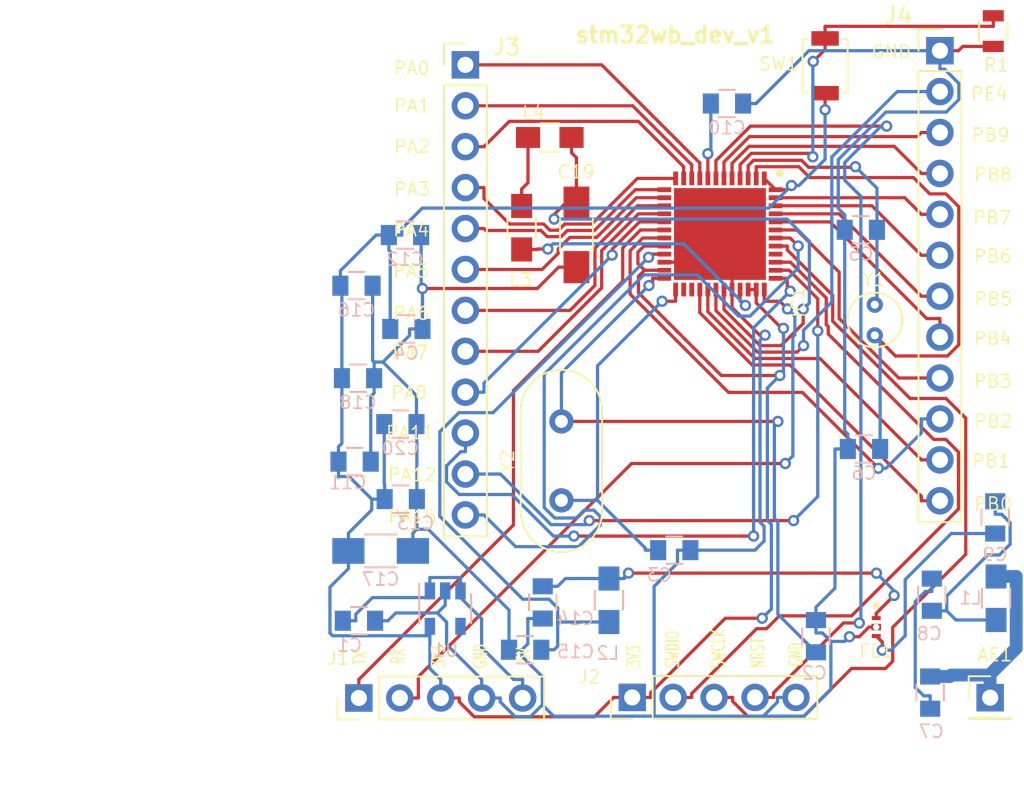
<source format=kicad_pcb>
(kicad_pcb (version 20171130) (host pcbnew 5.1.6-c6e7f7d~87~ubuntu18.04.1)

  (general
    (thickness 1.6)
    (drawings 41)
    (tracks 630)
    (zones 0)
    (modules 36)
    (nets 51)
  )

  (page A4)
  (layers
    (0 F.Cu signal)
    (31 B.Cu signal)
    (32 B.Adhes user)
    (33 F.Adhes user)
    (34 B.Paste user)
    (35 F.Paste user)
    (36 B.SilkS user)
    (37 F.SilkS user)
    (38 B.Mask user)
    (39 F.Mask user)
    (40 Dwgs.User user)
    (41 Cmts.User user)
    (42 Eco1.User user)
    (43 Eco2.User user)
    (44 Edge.Cuts user)
    (45 Margin user)
    (46 B.CrtYd user hide)
    (47 F.CrtYd user)
    (48 B.Fab user hide)
    (49 F.Fab user)
  )

  (setup
    (last_trace_width 0.2)
    (trace_clearance 0.15)
    (zone_clearance 0.508)
    (zone_45_only no)
    (trace_min 0.2)
    (via_size 0.7)
    (via_drill 0.4)
    (via_min_size 0.4)
    (via_min_drill 0.3)
    (uvia_size 0.3)
    (uvia_drill 0.1)
    (uvias_allowed no)
    (uvia_min_size 0.2)
    (uvia_min_drill 0.1)
    (edge_width 0.05)
    (segment_width 0.2)
    (pcb_text_width 0.3)
    (pcb_text_size 1.5 1.5)
    (mod_edge_width 0.12)
    (mod_text_size 1 1)
    (mod_text_width 0.15)
    (pad_size 0.4 0.4)
    (pad_drill 0)
    (pad_to_mask_clearance 0.05)
    (aux_axis_origin 0 0)
    (visible_elements FFFFFF7F)
    (pcbplotparams
      (layerselection 0x030ff_ffffffff)
      (usegerberextensions true)
      (usegerberattributes false)
      (usegerberadvancedattributes false)
      (creategerberjobfile true)
      (excludeedgelayer true)
      (linewidth 0.100000)
      (plotframeref false)
      (viasonmask false)
      (mode 1)
      (useauxorigin false)
      (hpglpennumber 1)
      (hpglpenspeed 20)
      (hpglpendiameter 15.000000)
      (psnegative false)
      (psa4output false)
      (plotreference true)
      (plotvalue true)
      (plotinvisibletext false)
      (padsonsilk false)
      (subtractmaskfromsilk false)
      (outputformat 1)
      (mirror false)
      (drillshape 0)
      (scaleselection 1)
      (outputdirectory "/home/sarbjeet/github/IoT/Designs/PCB/KiCad/Projects/SwitchBoard/DevelopmentBoard_Stm32wb55/stm32wb_Dev_v1/Gerber/"))
  )

  (net 0 "")
  (net 1 "Net-(AE1-Pad1)")
  (net 2 /GND)
  (net 3 /5V)
  (net 4 /OSC_OUT)
  (net 5 /OSC_IN)
  (net 6 /PC15)
  (net 7 /PC14)
  (net 8 "Net-(C7-Pad2)")
  (net 9 "Net-(C8-Pad1)")
  (net 10 "Net-(C9-Pad2)")
  (net 11 "Net-(C10-Pad1)")
  (net 12 "Net-(C14-Pad1)")
  (net 13 "Net-(C15-Pad1)")
  (net 14 "Net-(C19-Pad1)")
  (net 15 "Net-(IC1-Pad4)")
  (net 16 /PB8)
  (net 17 /PB9)
  (net 18 /NRST)
  (net 19 /PA0)
  (net 20 /PA1)
  (net 21 /PA2)
  (net 22 /PA3)
  (net 23 /PA4)
  (net 24 /PA5)
  (net 25 /PA6)
  (net 26 /PA7)
  (net 27 /PA8)
  (net 28 /UART_TX)
  (net 29 /PB2)
  (net 30 "Net-(IC1-Pad26)")
  (net 31 "Net-(IC1-Pad27)")
  (net 32 /PB0)
  (net 33 /PB1)
  (net 34 /PE4)
  (net 35 "Net-(IC1-Pad33)")
  (net 36 /UART_RX)
  (net 37 /PA11)
  (net 38 /PA12)
  (net 39 /SWDIO)
  (net 40 "Net-(IC1-Pad40)")
  (net 41 /SWCLK)
  (net 42 /PA15)
  (net 43 /PB3)
  (net 44 /PB4)
  (net 45 /PB5)
  (net 46 /PB6)
  (net 47 /PB7)
  (net 48 "Net-(L3-Pad2)")
  (net 49 "Net-(U1-Pad4)")
  (net 50 /3V3)

  (net_class Default "This is the default net class."
    (clearance 0.15)
    (trace_width 0.2)
    (via_dia 0.7)
    (via_drill 0.4)
    (uvia_dia 0.3)
    (uvia_drill 0.1)
    (add_net /3V3)
    (add_net /5V)
    (add_net /GND)
    (add_net /NRST)
    (add_net /OSC_IN)
    (add_net /OSC_OUT)
    (add_net /PA0)
    (add_net /PA1)
    (add_net /PA11)
    (add_net /PA12)
    (add_net /PA15)
    (add_net /PA2)
    (add_net /PA3)
    (add_net /PA4)
    (add_net /PA5)
    (add_net /PA6)
    (add_net /PA7)
    (add_net /PA8)
    (add_net /PB0)
    (add_net /PB1)
    (add_net /PB2)
    (add_net /PB3)
    (add_net /PB4)
    (add_net /PB5)
    (add_net /PB6)
    (add_net /PB7)
    (add_net /PB8)
    (add_net /PB9)
    (add_net /PC14)
    (add_net /PC15)
    (add_net /PE4)
    (add_net /SWCLK)
    (add_net /SWDIO)
    (add_net /UART_RX)
    (add_net /UART_TX)
    (add_net "Net-(C10-Pad1)")
    (add_net "Net-(C14-Pad1)")
    (add_net "Net-(C15-Pad1)")
    (add_net "Net-(C19-Pad1)")
    (add_net "Net-(C7-Pad2)")
    (add_net "Net-(C8-Pad1)")
    (add_net "Net-(C9-Pad2)")
    (add_net "Net-(IC1-Pad26)")
    (add_net "Net-(IC1-Pad27)")
    (add_net "Net-(IC1-Pad33)")
    (add_net "Net-(IC1-Pad4)")
    (add_net "Net-(IC1-Pad40)")
    (add_net "Net-(L3-Pad2)")
    (add_net "Net-(U1-Pad4)")
  )

  (net_class forAntenna ""
    (clearance 0.2)
    (trace_width 0.8)
    (via_dia 0.7)
    (via_drill 0.4)
    (uvia_dia 0.3)
    (uvia_drill 0.1)
    (add_net "Net-(AE1-Pad1)")
  )

  (module Custom_Libraries:FIL_LFB182G45CGFD436 (layer F.Cu) (tedit 5F37F6BF) (tstamp 5F2C19DC)
    (at 118.001 87.7481 270)
    (path /5F31ACDA)
    (fp_text reference FL1 (at 1.50368 0.01524 180) (layer F.SilkS)
      (effects (font (size 0.8 0.8) (thickness 0.1)))
    )
    (fp_text value LFB182G45CGFD436 (at 0.42 1.6 90) (layer F.Mask) hide
      (effects (font (size 0.64 0.64) (thickness 0.015)))
    )
    (fp_poly (pts (xy -0.2 -0.3) (xy 0.2 -0.3) (xy 0.2 0.3) (xy -0.2 0.3)) (layer F.Mask) (width 0.01))
    (fp_poly (pts (xy 0.43 -0.275) (xy 0.68 -0.275) (xy 0.68 0.275) (xy 0.43 0.275)) (layer F.Mask) (width 0.01))
    (fp_poly (pts (xy -0.68 -0.275) (xy -0.43 -0.275) (xy -0.43 0.275) (xy -0.68 0.275)) (layer F.Mask) (width 0.01))
    (fp_circle (center -1.35 0) (end -1.25 0) (layer F.Fab) (width 0.2))
    (fp_circle (center -1.35 0) (end -1.25 0) (layer F.SilkS) (width 0.2))
    (fp_line (start -1.05 0.65) (end -1.05 -0.65) (layer F.CrtYd) (width 0.05))
    (fp_line (start 1.05 0.65) (end -1.05 0.65) (layer F.CrtYd) (width 0.05))
    (fp_line (start 1.05 -0.65) (end 1.05 0.65) (layer F.CrtYd) (width 0.05))
    (fp_line (start -1.05 -0.65) (end 1.05 -0.65) (layer F.CrtYd) (width 0.05))
    (fp_line (start 0.8 -0.4) (end -0.8 -0.4) (layer F.Fab) (width 0.127))
    (fp_line (start 0.8 0.4) (end 0.8 -0.4) (layer F.Fab) (width 0.127))
    (fp_line (start -0.8 0.4) (end 0.8 0.4) (layer F.Fab) (width 0.127))
    (fp_line (start -0.8 -0.4) (end -0.8 0.4) (layer F.Fab) (width 0.127))
    (pad 2 smd rect (at 0 0 270) (size 0.4 0.6) (layers F.Cu F.Paste)
      (net 2 /GND))
    (pad 3 smd rect (at 0.555 0 270) (size 0.25 0.55) (layers F.Cu F.Paste)
      (net 10 "Net-(C9-Pad2)"))
    (pad 1 smd rect (at -0.555 0 270) (size 0.25 0.55) (layers F.Cu F.Paste)
      (net 12 "Net-(C14-Pad1)"))
  )

  (module Custom_Libraries:QFN50P700X700X65-49N-D (layer F.Cu) (tedit 5F37A644) (tstamp 5F2FF25A)
    (at 108.306 63.3476 270)
    (descr STM32WB55CEU6)
    (tags "Integrated Circuit")
    (path /5F2D9CF6)
    (attr smd)
    (fp_text reference IC1 (at 4.24 -4.84 270) (layer F.SilkS)
      (effects (font (size 0.8 0.8) (thickness 0.1)))
    )
    (fp_text value STM32WB55CEU6 (at 0.05 5.63 270) (layer F.SilkS) hide
      (effects (font (size 1 1) (thickness 0.15)))
    )
    (fp_circle (center -3.75 -3.72) (end -3.75 -3.595) (layer F.SilkS) (width 0.25))
    (fp_line (start -3.5 -3) (end -3 -3.5) (layer F.Fab) (width 0.1))
    (fp_line (start -3.5 3.5) (end -3.5 -3.5) (layer F.Fab) (width 0.1))
    (fp_line (start 3.5 3.5) (end -3.5 3.5) (layer F.Fab) (width 0.1))
    (fp_line (start 3.5 -3.5) (end 3.5 3.5) (layer F.Fab) (width 0.1))
    (fp_line (start -3.5 -3.5) (end 3.5 -3.5) (layer F.Fab) (width 0.1))
    (fp_line (start -4.125 4.125) (end -4.125 -4.125) (layer F.CrtYd) (width 0.05))
    (fp_line (start 4.125 4.125) (end -4.125 4.125) (layer F.CrtYd) (width 0.05))
    (fp_line (start 4.125 -4.125) (end 4.125 4.125) (layer F.CrtYd) (width 0.05))
    (fp_line (start -4.125 -4.125) (end 4.125 -4.125) (layer F.CrtYd) (width 0.05))
    (fp_text user %R (at 0 0 270) (layer F.Fab)
      (effects (font (size 1.27 1.27) (thickness 0.254)))
    )
    (pad 1 smd rect (at -3.45 -2.75) (size 0.3 0.85) (layers F.Cu F.Paste F.Mask)
      (net 50 /3V3))
    (pad 2 smd rect (at -3.45 -2.25) (size 0.3 0.85) (layers F.Cu F.Paste F.Mask)
      (net 7 /PC14))
    (pad 3 smd rect (at -3.45 -1.75) (size 0.3 0.85) (layers F.Cu F.Paste F.Mask)
      (net 6 /PC15))
    (pad 4 smd rect (at -3.45 -1.25) (size 0.3 0.85) (layers F.Cu F.Paste F.Mask)
      (net 15 "Net-(IC1-Pad4)"))
    (pad 5 smd rect (at -3.45 -0.75) (size 0.3 0.85) (layers F.Cu F.Paste F.Mask)
      (net 16 /PB8))
    (pad 6 smd rect (at -3.45 -0.25) (size 0.3 0.85) (layers F.Cu F.Paste F.Mask)
      (net 17 /PB9))
    (pad 7 smd rect (at -3.45 0.25) (size 0.3 0.85) (layers F.Cu F.Paste F.Mask)
      (net 18 /NRST))
    (pad 8 smd rect (at -3.45 0.75) (size 0.3 0.85) (layers F.Cu F.Paste F.Mask)
      (net 11 "Net-(C10-Pad1)"))
    (pad 9 smd rect (at -3.45 1.25) (size 0.3 0.85) (layers F.Cu F.Paste F.Mask)
      (net 19 /PA0))
    (pad 10 smd rect (at -3.45 1.75) (size 0.3 0.85) (layers F.Cu F.Paste F.Mask)
      (net 20 /PA1))
    (pad 11 smd rect (at -3.45 2.25) (size 0.3 0.85) (layers F.Cu F.Paste F.Mask)
      (net 21 /PA2))
    (pad 12 smd rect (at -3.45 2.75) (size 0.3 0.85) (layers F.Cu F.Paste F.Mask)
      (net 22 /PA3))
    (pad 13 smd rect (at -2.75 3.45 270) (size 0.3 0.85) (layers F.Cu F.Paste F.Mask)
      (net 23 /PA4))
    (pad 14 smd rect (at -2.25 3.45 270) (size 0.3 0.85) (layers F.Cu F.Paste F.Mask)
      (net 24 /PA5))
    (pad 15 smd rect (at -1.75 3.45 270) (size 0.3 0.85) (layers F.Cu F.Paste F.Mask)
      (net 25 /PA6))
    (pad 16 smd rect (at -1.25 3.45 270) (size 0.3 0.85) (layers F.Cu F.Paste F.Mask)
      (net 26 /PA7))
    (pad 17 smd rect (at -0.75 3.45 270) (size 0.3 0.85) (layers F.Cu F.Paste F.Mask)
      (net 27 /PA8))
    (pad 18 smd rect (at -0.25 3.45 270) (size 0.3 0.85) (layers F.Cu F.Paste F.Mask)
      (net 28 /UART_TX))
    (pad 19 smd rect (at 0.25 3.45 270) (size 0.3 0.85) (layers F.Cu F.Paste F.Mask)
      (net 29 /PB2))
    (pad 20 smd rect (at 0.75 3.45 270) (size 0.3 0.85) (layers F.Cu F.Paste F.Mask)
      (net 50 /3V3))
    (pad 21 smd rect (at 1.25 3.45 270) (size 0.3 0.85) (layers F.Cu F.Paste F.Mask)
      (net 13 "Net-(C15-Pad1)"))
    (pad 22 smd rect (at 1.75 3.45 270) (size 0.3 0.85) (layers F.Cu F.Paste F.Mask)
      (net 2 /GND))
    (pad 23 smd rect (at 2.25 3.45 270) (size 0.3 0.85) (layers F.Cu F.Paste F.Mask)
      (net 50 /3V3))
    (pad 24 smd rect (at 2.75 3.45 270) (size 0.3 0.85) (layers F.Cu F.Paste F.Mask)
      (net 4 /OSC_OUT))
    (pad 25 smd rect (at 3.45 2.75) (size 0.3 0.85) (layers F.Cu F.Paste F.Mask)
      (net 5 /OSC_IN))
    (pad 26 smd rect (at 3.45 2.25) (size 0.3 0.85) (layers F.Cu F.Paste F.Mask)
      (net 30 "Net-(IC1-Pad26)"))
    (pad 27 smd rect (at 3.45 1.75) (size 0.3 0.85) (layers F.Cu F.Paste F.Mask)
      (net 31 "Net-(IC1-Pad27)"))
    (pad 28 smd rect (at 3.45 1.25) (size 0.3 0.85) (layers F.Cu F.Paste F.Mask)
      (net 32 /PB0))
    (pad 29 smd rect (at 3.45 0.75) (size 0.3 0.85) (layers F.Cu F.Paste F.Mask)
      (net 33 /PB1))
    (pad 30 smd rect (at 3.45 0.25) (size 0.3 0.85) (layers F.Cu F.Paste F.Mask)
      (net 34 /PE4))
    (pad 31 smd rect (at 3.45 -0.25) (size 0.3 0.85) (layers F.Cu F.Paste F.Mask)
      (net 14 "Net-(C19-Pad1)"))
    (pad 32 smd rect (at 3.45 -0.75) (size 0.3 0.85) (layers F.Cu F.Paste F.Mask)
      (net 2 /GND))
    (pad 33 smd rect (at 3.45 -1.25) (size 0.3 0.85) (layers F.Cu F.Paste F.Mask)
      (net 35 "Net-(IC1-Pad33)"))
    (pad 34 smd rect (at 3.45 -1.75) (size 0.3 0.85) (layers F.Cu F.Paste F.Mask)
      (net 50 /3V3))
    (pad 35 smd rect (at 3.45 -2.25) (size 0.3 0.85) (layers F.Cu F.Paste F.Mask)
      (net 50 /3V3))
    (pad 36 smd rect (at 3.45 -2.75) (size 0.3 0.85) (layers F.Cu F.Paste F.Mask)
      (net 36 /UART_RX))
    (pad 37 smd rect (at 2.75 -3.45 270) (size 0.3 0.85) (layers F.Cu F.Paste F.Mask)
      (net 37 /PA11))
    (pad 38 smd rect (at 2.25 -3.45 270) (size 0.3 0.85) (layers F.Cu F.Paste F.Mask)
      (net 38 /PA12))
    (pad 39 smd rect (at 1.75 -3.45 270) (size 0.3 0.85) (layers F.Cu F.Paste F.Mask)
      (net 39 /SWDIO))
    (pad 40 smd rect (at 1.25 -3.45 270) (size 0.3 0.85) (layers F.Cu F.Paste F.Mask)
      (net 40 "Net-(IC1-Pad40)"))
    (pad 41 smd rect (at 0.75 -3.45 270) (size 0.3 0.85) (layers F.Cu F.Paste F.Mask)
      (net 41 /SWCLK))
    (pad 42 smd rect (at 0.25 -3.45 270) (size 0.3 0.85) (layers F.Cu F.Paste F.Mask)
      (net 42 /PA15))
    (pad 43 smd rect (at -0.25 -3.45 270) (size 0.3 0.85) (layers F.Cu F.Paste F.Mask)
      (net 43 /PB3))
    (pad 44 smd rect (at -0.75 -3.45 270) (size 0.3 0.85) (layers F.Cu F.Paste F.Mask)
      (net 44 /PB4))
    (pad 45 smd rect (at -1.25 -3.45 270) (size 0.3 0.85) (layers F.Cu F.Paste F.Mask)
      (net 45 /PB5))
    (pad 46 smd rect (at -1.75 -3.45 270) (size 0.3 0.85) (layers F.Cu F.Paste F.Mask)
      (net 46 /PB6))
    (pad 47 smd rect (at -2.25 -3.45 270) (size 0.3 0.85) (layers F.Cu F.Paste F.Mask)
      (net 47 /PB7))
    (pad 48 smd rect (at -2.75 -3.45 270) (size 0.3 0.85) (layers F.Cu F.Paste F.Mask)
      (net 50 /3V3))
    (pad 49 smd rect (at 0 0 270) (size 5.7 5.7) (layers F.Cu F.Paste F.Mask)
      (net 2 /GND))
    (model STM32WB55CEU6.stp
      (at (xyz 0 0 0))
      (scale (xyz 1 1 1))
      (rotate (xyz 0 0 0))
    )
  )

  (module Capacitors_SMD:C_1206_HandSoldering (layer F.Cu) (tedit 58AA84D1) (tstamp 5F2C19B6)
    (at 99.4029 63.405 270)
    (descr "Capacitor SMD 1206, hand soldering")
    (tags "capacitor 1206")
    (path /5F46FE53)
    (attr smd)
    (fp_text reference C19 (at -3.91592 0.02032 180) (layer F.SilkS)
      (effects (font (size 0.8 0.8) (thickness 0.1)))
    )
    (fp_text value 4.7uf (at 0 2 90) (layer F.Fab) hide
      (effects (font (size 1 1) (thickness 0.15)))
    )
    (fp_line (start -1.6 0.8) (end -1.6 -0.8) (layer F.Fab) (width 0.1))
    (fp_line (start 1.6 0.8) (end -1.6 0.8) (layer F.Fab) (width 0.1))
    (fp_line (start 1.6 -0.8) (end 1.6 0.8) (layer F.Fab) (width 0.1))
    (fp_line (start -1.6 -0.8) (end 1.6 -0.8) (layer F.Fab) (width 0.1))
    (fp_line (start 1 -1.02) (end -1 -1.02) (layer F.SilkS) (width 0.12))
    (fp_line (start -1 1.02) (end 1 1.02) (layer F.SilkS) (width 0.12))
    (fp_line (start -3.25 -1.05) (end 3.25 -1.05) (layer F.CrtYd) (width 0.05))
    (fp_line (start -3.25 -1.05) (end -3.25 1.05) (layer F.CrtYd) (width 0.05))
    (fp_line (start 3.25 1.05) (end 3.25 -1.05) (layer F.CrtYd) (width 0.05))
    (fp_line (start 3.25 1.05) (end -3.25 1.05) (layer F.CrtYd) (width 0.05))
    (fp_text user %R (at 0 -1.75 90) (layer F.Fab) hide
      (effects (font (size 1 1) (thickness 0.15)))
    )
    (pad 1 smd rect (at -2 0 270) (size 2 1.6) (layers F.Cu F.Paste F.Mask)
      (net 14 "Net-(C19-Pad1)"))
    (pad 2 smd rect (at 2 0 270) (size 2 1.6) (layers F.Cu F.Paste F.Mask)
      (net 2 /GND))
    (model Capacitors_SMD.3dshapes/C_1206.wrl
      (at (xyz 0 0 0))
      (scale (xyz 1 1 1))
      (rotate (xyz 0 0 0))
    )
  )

  (module Capacitors_SMD:C_1206_HandSoldering (layer B.Cu) (tedit 58AA84D1) (tstamp 5F2C1994)
    (at 87.2566 83.0224)
    (descr "Capacitor SMD 1206, hand soldering")
    (tags "capacitor 1206")
    (path /5F382DEC)
    (attr smd)
    (fp_text reference C17 (at 0 1.75) (layer B.SilkS)
      (effects (font (size 0.8 0.8) (thickness 0.1)) (justify mirror))
    )
    (fp_text value 4.7uf (at 0 -2) (layer B.Fab) hide
      (effects (font (size 1 1) (thickness 0.15)) (justify mirror))
    )
    (fp_line (start -1.6 -0.8) (end -1.6 0.8) (layer B.Fab) (width 0.1))
    (fp_line (start 1.6 -0.8) (end -1.6 -0.8) (layer B.Fab) (width 0.1))
    (fp_line (start 1.6 0.8) (end 1.6 -0.8) (layer B.Fab) (width 0.1))
    (fp_line (start -1.6 0.8) (end 1.6 0.8) (layer B.Fab) (width 0.1))
    (fp_line (start 1 1.02) (end -1 1.02) (layer B.SilkS) (width 0.12))
    (fp_line (start -1 -1.02) (end 1 -1.02) (layer B.SilkS) (width 0.12))
    (fp_line (start -3.25 1.05) (end 3.25 1.05) (layer B.CrtYd) (width 0.05))
    (fp_line (start -3.25 1.05) (end -3.25 -1.05) (layer B.CrtYd) (width 0.05))
    (fp_line (start 3.25 -1.05) (end 3.25 1.05) (layer B.CrtYd) (width 0.05))
    (fp_line (start 3.25 -1.05) (end -3.25 -1.05) (layer B.CrtYd) (width 0.05))
    (fp_text user %R (at 0 1.75) (layer B.Fab) hide
      (effects (font (size 1 1) (thickness 0.15)) (justify mirror))
    )
    (pad 1 smd rect (at -2 0) (size 2 1.6) (layers B.Cu B.Paste B.Mask)
      (net 50 /3V3))
    (pad 2 smd rect (at 2 0) (size 2 1.6) (layers B.Cu B.Paste B.Mask)
      (net 2 /GND))
    (model Capacitors_SMD.3dshapes/C_1206.wrl
      (at (xyz 0 0 0))
      (scale (xyz 1 1 1))
      (rotate (xyz 0 0 0))
    )
  )

  (module Pin_Headers:Pin_Header_Straight_1x01_Pitch2.54mm (layer F.Cu) (tedit 59650532) (tstamp 5F2C1873)
    (at 125.067 92.1309)
    (descr "Through hole straight pin header, 1x01, 2.54mm pitch, single row")
    (tags "Through hole pin header THT 1x01 2.54mm single row")
    (path /5F34E3C3)
    (fp_text reference AE1 (at 0.28448 -2.66192) (layer F.SilkS)
      (effects (font (size 0.8 0.8) (thickness 0.1)))
    )
    (fp_text value Antenna (at 0 2.33) (layer F.Fab) hide
      (effects (font (size 1 1) (thickness 0.15)))
    )
    (fp_line (start 1.8 -1.8) (end -1.8 -1.8) (layer F.CrtYd) (width 0.05))
    (fp_line (start 1.8 1.8) (end 1.8 -1.8) (layer F.CrtYd) (width 0.05))
    (fp_line (start -1.8 1.8) (end 1.8 1.8) (layer F.CrtYd) (width 0.05))
    (fp_line (start -1.8 -1.8) (end -1.8 1.8) (layer F.CrtYd) (width 0.05))
    (fp_line (start -1.33 -1.33) (end 0 -1.33) (layer F.SilkS) (width 0.12))
    (fp_line (start -1.33 0) (end -1.33 -1.33) (layer F.SilkS) (width 0.12))
    (fp_line (start -1.33 1.27) (end 1.33 1.27) (layer F.SilkS) (width 0.12))
    (fp_line (start 1.33 1.27) (end 1.33 1.33) (layer F.SilkS) (width 0.12))
    (fp_line (start -1.33 1.27) (end -1.33 1.33) (layer F.SilkS) (width 0.12))
    (fp_line (start -1.33 1.33) (end 1.33 1.33) (layer F.SilkS) (width 0.12))
    (fp_line (start -1.27 -0.635) (end -0.635 -1.27) (layer F.Fab) (width 0.1))
    (fp_line (start -1.27 1.27) (end -1.27 -0.635) (layer F.Fab) (width 0.1))
    (fp_line (start 1.27 1.27) (end -1.27 1.27) (layer F.Fab) (width 0.1))
    (fp_line (start 1.27 -1.27) (end 1.27 1.27) (layer F.Fab) (width 0.1))
    (fp_line (start -0.635 -1.27) (end 1.27 -1.27) (layer F.Fab) (width 0.1))
    (fp_text user %R (at 0 0 90) (layer F.Fab) hide
      (effects (font (size 1 1) (thickness 0.15)))
    )
    (pad 1 thru_hole rect (at 0 0) (size 1.7 1.7) (drill 1) (layers *.Cu *.Mask)
      (net 1 "Net-(AE1-Pad1)"))
    (model ${KISYS3DMOD}/Pin_Headers.3dshapes/Pin_Header_Straight_1x01_Pitch2.54mm.wrl
      (at (xyz 0 0 0))
      (scale (xyz 1 1 1))
      (rotate (xyz 0 0 0))
    )
  )

  (module Capacitors_SMD:C_0805 (layer B.Cu) (tedit 58AA8463) (tstamp 5F2C1884)
    (at 85.9112 87.3557)
    (descr "Capacitor SMD 0805, reflow soldering, AVX (see smccp.pdf)")
    (tags "capacitor 0805")
    (path /5F2F209A)
    (attr smd)
    (fp_text reference C1 (at -0.59004 1.52146) (layer B.SilkS)
      (effects (font (size 0.8 0.8) (thickness 0.1)) (justify mirror))
    )
    (fp_text value 100nf (at 0 -1.75) (layer B.Fab) hide
      (effects (font (size 1 1) (thickness 0.15)) (justify mirror))
    )
    (fp_line (start 1.75 -0.87) (end -1.75 -0.87) (layer B.CrtYd) (width 0.05))
    (fp_line (start 1.75 -0.87) (end 1.75 0.88) (layer B.CrtYd) (width 0.05))
    (fp_line (start -1.75 0.88) (end -1.75 -0.87) (layer B.CrtYd) (width 0.05))
    (fp_line (start -1.75 0.88) (end 1.75 0.88) (layer B.CrtYd) (width 0.05))
    (fp_line (start -0.5 -0.85) (end 0.5 -0.85) (layer B.SilkS) (width 0.12))
    (fp_line (start 0.5 0.85) (end -0.5 0.85) (layer B.SilkS) (width 0.12))
    (fp_line (start -1 0.62) (end 1 0.62) (layer B.Fab) (width 0.1))
    (fp_line (start 1 0.62) (end 1 -0.62) (layer B.Fab) (width 0.1))
    (fp_line (start 1 -0.62) (end -1 -0.62) (layer B.Fab) (width 0.1))
    (fp_line (start -1 -0.62) (end -1 0.62) (layer B.Fab) (width 0.1))
    (fp_text user %R (at 0 1.5) (layer B.Fab) hide
      (effects (font (size 1 1) (thickness 0.15)) (justify mirror))
    )
    (pad 2 smd rect (at 1 0) (size 1 1.25) (layers B.Cu B.Paste B.Mask)
      (net 2 /GND))
    (pad 1 smd rect (at -1 0) (size 1 1.25) (layers B.Cu B.Paste B.Mask)
      (net 3 /5V))
    (model Capacitors_SMD.3dshapes/C_0805.wrl
      (at (xyz 0 0 0))
      (scale (xyz 1 1 1))
      (rotate (xyz 0 0 0))
    )
  )

  (module Capacitors_SMD:C_0805 (layer B.Cu) (tedit 58AA8463) (tstamp 5F2C1895)
    (at 114.262 88.3133 90)
    (descr "Capacitor SMD 0805, reflow soldering, AVX (see smccp.pdf)")
    (tags "capacitor 0805")
    (path /5F3B3F6B)
    (attr smd)
    (fp_text reference C2 (at -2.28854 -0.09906 180) (layer B.SilkS)
      (effects (font (size 0.8 0.8) (thickness 0.1)) (justify mirror))
    )
    (fp_text value 22p (at 0 -1.75 270) (layer B.Fab) hide
      (effects (font (size 1 1) (thickness 0.15)) (justify mirror))
    )
    (fp_line (start 1.75 -0.87) (end -1.75 -0.87) (layer B.CrtYd) (width 0.05))
    (fp_line (start 1.75 -0.87) (end 1.75 0.88) (layer B.CrtYd) (width 0.05))
    (fp_line (start -1.75 0.88) (end -1.75 -0.87) (layer B.CrtYd) (width 0.05))
    (fp_line (start -1.75 0.88) (end 1.75 0.88) (layer B.CrtYd) (width 0.05))
    (fp_line (start -0.5 -0.85) (end 0.5 -0.85) (layer B.SilkS) (width 0.12))
    (fp_line (start 0.5 0.85) (end -0.5 0.85) (layer B.SilkS) (width 0.12))
    (fp_line (start -1 0.62) (end 1 0.62) (layer B.Fab) (width 0.1))
    (fp_line (start 1 0.62) (end 1 -0.62) (layer B.Fab) (width 0.1))
    (fp_line (start 1 -0.62) (end -1 -0.62) (layer B.Fab) (width 0.1))
    (fp_line (start -1 -0.62) (end -1 0.62) (layer B.Fab) (width 0.1))
    (fp_text user %R (at 0 1.5 270) (layer B.Fab) hide
      (effects (font (size 1 1) (thickness 0.15)) (justify mirror))
    )
    (pad 2 smd rect (at 1 0 90) (size 1 1.25) (layers B.Cu B.Paste B.Mask)
      (net 2 /GND))
    (pad 1 smd rect (at -1 0 90) (size 1 1.25) (layers B.Cu B.Paste B.Mask)
      (net 4 /OSC_OUT))
    (model Capacitors_SMD.3dshapes/C_0805.wrl
      (at (xyz 0 0 0))
      (scale (xyz 1 1 1))
      (rotate (xyz 0 0 0))
    )
  )

  (module Capacitors_SMD:C_0805 (layer B.Cu) (tedit 58AA8463) (tstamp 5F2C18A6)
    (at 105.472 82.9742)
    (descr "Capacitor SMD 0805, reflow soldering, AVX (see smccp.pdf)")
    (tags "capacitor 0805")
    (path /5F3B743C)
    (attr smd)
    (fp_text reference C3 (at -0.92024 1.53416) (layer B.SilkS)
      (effects (font (size 0.8 0.8) (thickness 0.1)) (justify mirror))
    )
    (fp_text value 22p (at 0 -1.75) (layer B.Fab) hide
      (effects (font (size 1 1) (thickness 0.15)) (justify mirror))
    )
    (fp_line (start 1.75 -0.87) (end -1.75 -0.87) (layer B.CrtYd) (width 0.05))
    (fp_line (start 1.75 -0.87) (end 1.75 0.88) (layer B.CrtYd) (width 0.05))
    (fp_line (start -1.75 0.88) (end -1.75 -0.87) (layer B.CrtYd) (width 0.05))
    (fp_line (start -1.75 0.88) (end 1.75 0.88) (layer B.CrtYd) (width 0.05))
    (fp_line (start -0.5 -0.85) (end 0.5 -0.85) (layer B.SilkS) (width 0.12))
    (fp_line (start 0.5 0.85) (end -0.5 0.85) (layer B.SilkS) (width 0.12))
    (fp_line (start -1 0.62) (end 1 0.62) (layer B.Fab) (width 0.1))
    (fp_line (start 1 0.62) (end 1 -0.62) (layer B.Fab) (width 0.1))
    (fp_line (start 1 -0.62) (end -1 -0.62) (layer B.Fab) (width 0.1))
    (fp_line (start -1 -0.62) (end -1 0.62) (layer B.Fab) (width 0.1))
    (fp_text user %R (at 0 1.5) (layer B.Fab) hide
      (effects (font (size 1 1) (thickness 0.15)) (justify mirror))
    )
    (pad 2 smd rect (at 1 0) (size 1 1.25) (layers B.Cu B.Paste B.Mask)
      (net 2 /GND))
    (pad 1 smd rect (at -1 0) (size 1 1.25) (layers B.Cu B.Paste B.Mask)
      (net 5 /OSC_IN))
    (model Capacitors_SMD.3dshapes/C_0805.wrl
      (at (xyz 0 0 0))
      (scale (xyz 1 1 1))
      (rotate (xyz 0 0 0))
    )
  )

  (module Capacitors_SMD:C_0805 (layer B.Cu) (tedit 58AA8463) (tstamp 5F2C18B7)
    (at 88.8517 69.2429)
    (descr "Capacitor SMD 0805, reflow soldering, AVX (see smccp.pdf)")
    (tags "capacitor 0805")
    (path /5F2F48A0)
    (attr smd)
    (fp_text reference C4 (at 0 1.5) (layer B.SilkS)
      (effects (font (size 0.8 0.8) (thickness 0.1)) (justify mirror))
    )
    (fp_text value 100nf (at 0 -1.75) (layer B.Fab) hide
      (effects (font (size 1 1) (thickness 0.15)) (justify mirror))
    )
    (fp_line (start -1 -0.62) (end -1 0.62) (layer B.Fab) (width 0.1))
    (fp_line (start 1 -0.62) (end -1 -0.62) (layer B.Fab) (width 0.1))
    (fp_line (start 1 0.62) (end 1 -0.62) (layer B.Fab) (width 0.1))
    (fp_line (start -1 0.62) (end 1 0.62) (layer B.Fab) (width 0.1))
    (fp_line (start 0.5 0.85) (end -0.5 0.85) (layer B.SilkS) (width 0.12))
    (fp_line (start -0.5 -0.85) (end 0.5 -0.85) (layer B.SilkS) (width 0.12))
    (fp_line (start -1.75 0.88) (end 1.75 0.88) (layer B.CrtYd) (width 0.05))
    (fp_line (start -1.75 0.88) (end -1.75 -0.87) (layer B.CrtYd) (width 0.05))
    (fp_line (start 1.75 -0.87) (end 1.75 0.88) (layer B.CrtYd) (width 0.05))
    (fp_line (start 1.75 -0.87) (end -1.75 -0.87) (layer B.CrtYd) (width 0.05))
    (fp_text user %R (at 0 1.5) (layer B.Fab) hide
      (effects (font (size 1 1) (thickness 0.15)) (justify mirror))
    )
    (pad 1 smd rect (at -1 0) (size 1 1.25) (layers B.Cu B.Paste B.Mask)
      (net 50 /3V3))
    (pad 2 smd rect (at 1 0) (size 1 1.25) (layers B.Cu B.Paste B.Mask)
      (net 2 /GND))
    (model Capacitors_SMD.3dshapes/C_0805.wrl
      (at (xyz 0 0 0))
      (scale (xyz 1 1 1))
      (rotate (xyz 0 0 0))
    )
  )

  (module Capacitors_SMD:C_0805 (layer B.Cu) (tedit 58AA8463) (tstamp 5F2C18C8)
    (at 117.046 63.086)
    (descr "Capacitor SMD 0805, reflow soldering, AVX (see smccp.pdf)")
    (tags "capacitor 0805")
    (path /5F39A30C)
    (attr smd)
    (fp_text reference C5 (at 0 1.5) (layer B.SilkS)
      (effects (font (size 0.8 0.8) (thickness 0.1)) (justify mirror))
    )
    (fp_text value 10p (at 0 -1.75) (layer B.Fab) hide
      (effects (font (size 1 1) (thickness 0.15)) (justify mirror))
    )
    (fp_line (start -1 -0.62) (end -1 0.62) (layer B.Fab) (width 0.1))
    (fp_line (start 1 -0.62) (end -1 -0.62) (layer B.Fab) (width 0.1))
    (fp_line (start 1 0.62) (end 1 -0.62) (layer B.Fab) (width 0.1))
    (fp_line (start -1 0.62) (end 1 0.62) (layer B.Fab) (width 0.1))
    (fp_line (start 0.5 0.85) (end -0.5 0.85) (layer B.SilkS) (width 0.12))
    (fp_line (start -0.5 -0.85) (end 0.5 -0.85) (layer B.SilkS) (width 0.12))
    (fp_line (start -1.75 0.88) (end 1.75 0.88) (layer B.CrtYd) (width 0.05))
    (fp_line (start -1.75 0.88) (end -1.75 -0.87) (layer B.CrtYd) (width 0.05))
    (fp_line (start 1.75 -0.87) (end 1.75 0.88) (layer B.CrtYd) (width 0.05))
    (fp_line (start 1.75 -0.87) (end -1.75 -0.87) (layer B.CrtYd) (width 0.05))
    (fp_text user %R (at 0 1.5) (layer B.Fab) hide
      (effects (font (size 1 1) (thickness 0.15)) (justify mirror))
    )
    (pad 1 smd rect (at -1 0) (size 1 1.25) (layers B.Cu B.Paste B.Mask)
      (net 2 /GND))
    (pad 2 smd rect (at 1 0) (size 1 1.25) (layers B.Cu B.Paste B.Mask)
      (net 6 /PC15))
    (model Capacitors_SMD.3dshapes/C_0805.wrl
      (at (xyz 0 0 0))
      (scale (xyz 1 1 1))
      (rotate (xyz 0 0 0))
    )
  )

  (module Capacitors_SMD:C_0805 (layer B.Cu) (tedit 58AA8463) (tstamp 5F2C18D9)
    (at 117.241 76.6928)
    (descr "Capacitor SMD 0805, reflow soldering, AVX (see smccp.pdf)")
    (tags "capacitor 0805")
    (path /5F39B61B)
    (attr smd)
    (fp_text reference C6 (at 0 1.5) (layer B.SilkS)
      (effects (font (size 0.8 0.8) (thickness 0.1)) (justify mirror))
    )
    (fp_text value 10p (at 0 -1.75) (layer B.Fab) hide
      (effects (font (size 1 1) (thickness 0.15)) (justify mirror))
    )
    (fp_line (start -1 -0.62) (end -1 0.62) (layer B.Fab) (width 0.1))
    (fp_line (start 1 -0.62) (end -1 -0.62) (layer B.Fab) (width 0.1))
    (fp_line (start 1 0.62) (end 1 -0.62) (layer B.Fab) (width 0.1))
    (fp_line (start -1 0.62) (end 1 0.62) (layer B.Fab) (width 0.1))
    (fp_line (start 0.5 0.85) (end -0.5 0.85) (layer B.SilkS) (width 0.12))
    (fp_line (start -0.5 -0.85) (end 0.5 -0.85) (layer B.SilkS) (width 0.12))
    (fp_line (start -1.75 0.88) (end 1.75 0.88) (layer B.CrtYd) (width 0.05))
    (fp_line (start -1.75 0.88) (end -1.75 -0.87) (layer B.CrtYd) (width 0.05))
    (fp_line (start 1.75 -0.87) (end 1.75 0.88) (layer B.CrtYd) (width 0.05))
    (fp_line (start 1.75 -0.87) (end -1.75 -0.87) (layer B.CrtYd) (width 0.05))
    (fp_text user %R (at 0 1.5) (layer B.Fab) hide
      (effects (font (size 1 1) (thickness 0.15)) (justify mirror))
    )
    (pad 1 smd rect (at -1 0) (size 1 1.25) (layers B.Cu B.Paste B.Mask)
      (net 2 /GND))
    (pad 2 smd rect (at 1 0) (size 1 1.25) (layers B.Cu B.Paste B.Mask)
      (net 7 /PC14))
    (model Capacitors_SMD.3dshapes/C_0805.wrl
      (at (xyz 0 0 0))
      (scale (xyz 1 1 1))
      (rotate (xyz 0 0 0))
    )
  )

  (module Capacitors_SMD:C_0805 (layer B.Cu) (tedit 58AA8463) (tstamp 5F2C18EA)
    (at 121.346 91.8159 270)
    (descr "Capacitor SMD 0805, reflow soldering, AVX (see smccp.pdf)")
    (tags "capacitor 0805")
    (path /5F333F7E)
    (attr smd)
    (fp_text reference C7 (at 2.40538 -0.0762 180) (layer B.SilkS)
      (effects (font (size 0.8 0.8) (thickness 0.1)) (justify mirror))
    )
    (fp_text value 1.2p (at 0 -1.75 270) (layer B.Fab) hide
      (effects (font (size 1 1) (thickness 0.15)) (justify mirror))
    )
    (fp_line (start -1 -0.62) (end -1 0.62) (layer B.Fab) (width 0.1))
    (fp_line (start 1 -0.62) (end -1 -0.62) (layer B.Fab) (width 0.1))
    (fp_line (start 1 0.62) (end 1 -0.62) (layer B.Fab) (width 0.1))
    (fp_line (start -1 0.62) (end 1 0.62) (layer B.Fab) (width 0.1))
    (fp_line (start 0.5 0.85) (end -0.5 0.85) (layer B.SilkS) (width 0.12))
    (fp_line (start -0.5 -0.85) (end 0.5 -0.85) (layer B.SilkS) (width 0.12))
    (fp_line (start -1.75 0.88) (end 1.75 0.88) (layer B.CrtYd) (width 0.05))
    (fp_line (start -1.75 0.88) (end -1.75 -0.87) (layer B.CrtYd) (width 0.05))
    (fp_line (start 1.75 -0.87) (end 1.75 0.88) (layer B.CrtYd) (width 0.05))
    (fp_line (start 1.75 -0.87) (end -1.75 -0.87) (layer B.CrtYd) (width 0.05))
    (fp_text user %R (at 0 1.5 270) (layer B.Fab) hide
      (effects (font (size 1 1) (thickness 0.15)) (justify mirror))
    )
    (pad 1 smd rect (at -1 0 270) (size 1 1.25) (layers B.Cu B.Paste B.Mask)
      (net 1 "Net-(AE1-Pad1)"))
    (pad 2 smd rect (at 1 0 270) (size 1 1.25) (layers B.Cu B.Paste B.Mask)
      (net 8 "Net-(C7-Pad2)"))
    (model Capacitors_SMD.3dshapes/C_0805.wrl
      (at (xyz 0 0 0))
      (scale (xyz 1 1 1))
      (rotate (xyz 0 0 0))
    )
  )

  (module Capacitors_SMD:C_0805 (layer B.Cu) (tedit 58AA8463) (tstamp 5F2C18FB)
    (at 121.45 85.7395 90)
    (descr "Capacitor SMD 0805, reflow soldering, AVX (see smccp.pdf)")
    (tags "capacitor 0805")
    (path /5F333F88)
    (attr smd)
    (fp_text reference C8 (at -2.41732 -0.15748 180) (layer B.SilkS)
      (effects (font (size 0.8 0.8) (thickness 0.1)) (justify mirror))
    )
    (fp_text value NM (at 0 -1.75 270) (layer B.Fab) hide
      (effects (font (size 1 1) (thickness 0.15)) (justify mirror))
    )
    (fp_line (start -1 -0.62) (end -1 0.62) (layer B.Fab) (width 0.1))
    (fp_line (start 1 -0.62) (end -1 -0.62) (layer B.Fab) (width 0.1))
    (fp_line (start 1 0.62) (end 1 -0.62) (layer B.Fab) (width 0.1))
    (fp_line (start -1 0.62) (end 1 0.62) (layer B.Fab) (width 0.1))
    (fp_line (start 0.5 0.85) (end -0.5 0.85) (layer B.SilkS) (width 0.12))
    (fp_line (start -0.5 -0.85) (end 0.5 -0.85) (layer B.SilkS) (width 0.12))
    (fp_line (start -1.75 0.88) (end 1.75 0.88) (layer B.CrtYd) (width 0.05))
    (fp_line (start -1.75 0.88) (end -1.75 -0.87) (layer B.CrtYd) (width 0.05))
    (fp_line (start 1.75 -0.87) (end 1.75 0.88) (layer B.CrtYd) (width 0.05))
    (fp_line (start 1.75 -0.87) (end -1.75 -0.87) (layer B.CrtYd) (width 0.05))
    (fp_text user %R (at 0 1.5 270) (layer B.Fab) hide
      (effects (font (size 1 1) (thickness 0.15)) (justify mirror))
    )
    (pad 1 smd rect (at -1 0 90) (size 1 1.25) (layers B.Cu B.Paste B.Mask)
      (net 9 "Net-(C8-Pad1)"))
    (pad 2 smd rect (at 1 0 90) (size 1 1.25) (layers B.Cu B.Paste B.Mask)
      (net 8 "Net-(C7-Pad2)"))
    (model Capacitors_SMD.3dshapes/C_0805.wrl
      (at (xyz 0 0 0))
      (scale (xyz 1 1 1))
      (rotate (xyz 0 0 0))
    )
  )

  (module Capacitors_SMD:C_0805 (layer B.Cu) (tedit 58AA8463) (tstamp 5F2C190C)
    (at 125.382 80.9429 270)
    (descr "Capacitor SMD 0805, reflow soldering, AVX (see smccp.pdf)")
    (tags "capacitor 0805")
    (path /5F341470)
    (attr smd)
    (fp_text reference C9 (at 2.29798 0.00252 180) (layer B.SilkS)
      (effects (font (size 0.8 0.8) (thickness 0.1)) (justify mirror))
    )
    (fp_text value 10nf (at 0 -1.75 270) (layer B.Fab) hide
      (effects (font (size 1 1) (thickness 0.15)) (justify mirror))
    )
    (fp_line (start 1.75 -0.87) (end -1.75 -0.87) (layer B.CrtYd) (width 0.05))
    (fp_line (start 1.75 -0.87) (end 1.75 0.88) (layer B.CrtYd) (width 0.05))
    (fp_line (start -1.75 0.88) (end -1.75 -0.87) (layer B.CrtYd) (width 0.05))
    (fp_line (start -1.75 0.88) (end 1.75 0.88) (layer B.CrtYd) (width 0.05))
    (fp_line (start -0.5 -0.85) (end 0.5 -0.85) (layer B.SilkS) (width 0.12))
    (fp_line (start 0.5 0.85) (end -0.5 0.85) (layer B.SilkS) (width 0.12))
    (fp_line (start -1 0.62) (end 1 0.62) (layer B.Fab) (width 0.1))
    (fp_line (start 1 0.62) (end 1 -0.62) (layer B.Fab) (width 0.1))
    (fp_line (start 1 -0.62) (end -1 -0.62) (layer B.Fab) (width 0.1))
    (fp_line (start -1 -0.62) (end -1 0.62) (layer B.Fab) (width 0.1))
    (fp_text user %R (at 0 1.5 270) (layer B.Fab) hide
      (effects (font (size 1 1) (thickness 0.15)) (justify mirror))
    )
    (pad 2 smd rect (at 1 0 270) (size 1 1.25) (layers B.Cu B.Paste B.Mask)
      (net 10 "Net-(C9-Pad2)"))
    (pad 1 smd rect (at -1 0 270) (size 1 1.25) (layers B.Cu B.Paste B.Mask)
      (net 9 "Net-(C8-Pad1)"))
    (model Capacitors_SMD.3dshapes/C_0805.wrl
      (at (xyz 0 0 0))
      (scale (xyz 1 1 1))
      (rotate (xyz 0 0 0))
    )
  )

  (module Capacitors_SMD:C_0805 (layer B.Cu) (tedit 58AA8463) (tstamp 5F2C191D)
    (at 108.742 55.2501)
    (descr "Capacitor SMD 0805, reflow soldering, AVX (see smccp.pdf)")
    (tags "capacitor 0805")
    (path /5F2D469C)
    (attr smd)
    (fp_text reference C10 (at 0 1.5) (layer B.SilkS)
      (effects (font (size 0.8 0.8) (thickness 0.1)) (justify mirror))
    )
    (fp_text value 100nf (at 0 -1.75) (layer B.Fab) hide
      (effects (font (size 1 1) (thickness 0.15)) (justify mirror))
    )
    (fp_line (start 1.75 -0.87) (end -1.75 -0.87) (layer B.CrtYd) (width 0.05))
    (fp_line (start 1.75 -0.87) (end 1.75 0.88) (layer B.CrtYd) (width 0.05))
    (fp_line (start -1.75 0.88) (end -1.75 -0.87) (layer B.CrtYd) (width 0.05))
    (fp_line (start -1.75 0.88) (end 1.75 0.88) (layer B.CrtYd) (width 0.05))
    (fp_line (start -0.5 -0.85) (end 0.5 -0.85) (layer B.SilkS) (width 0.12))
    (fp_line (start 0.5 0.85) (end -0.5 0.85) (layer B.SilkS) (width 0.12))
    (fp_line (start -1 0.62) (end 1 0.62) (layer B.Fab) (width 0.1))
    (fp_line (start 1 0.62) (end 1 -0.62) (layer B.Fab) (width 0.1))
    (fp_line (start 1 -0.62) (end -1 -0.62) (layer B.Fab) (width 0.1))
    (fp_line (start -1 -0.62) (end -1 0.62) (layer B.Fab) (width 0.1))
    (fp_text user %R (at 0 1.5) (layer B.Fab) hide
      (effects (font (size 1 1) (thickness 0.15)) (justify mirror))
    )
    (pad 2 smd rect (at 1 0) (size 1 1.25) (layers B.Cu B.Paste B.Mask)
      (net 2 /GND))
    (pad 1 smd rect (at -1 0) (size 1 1.25) (layers B.Cu B.Paste B.Mask)
      (net 11 "Net-(C10-Pad1)"))
    (model Capacitors_SMD.3dshapes/C_0805.wrl
      (at (xyz 0 0 0))
      (scale (xyz 1 1 1))
      (rotate (xyz 0 0 0))
    )
  )

  (module Capacitors_SMD:C_0805 (layer B.Cu) (tedit 58AA8463) (tstamp 5F2C192E)
    (at 85.6419 77.4776)
    (descr "Capacitor SMD 0805, reflow soldering, AVX (see smccp.pdf)")
    (tags "capacitor 0805")
    (path /5F305779)
    (attr smd)
    (fp_text reference C11 (at -0.42672 1.30556) (layer B.SilkS)
      (effects (font (size 0.8 0.8) (thickness 0.1)) (justify mirror))
    )
    (fp_text value 100p (at 0 -1.75) (layer B.Fab) hide
      (effects (font (size 1 1) (thickness 0.15)) (justify mirror))
    )
    (fp_line (start 1.75 -0.87) (end -1.75 -0.87) (layer B.CrtYd) (width 0.05))
    (fp_line (start 1.75 -0.87) (end 1.75 0.88) (layer B.CrtYd) (width 0.05))
    (fp_line (start -1.75 0.88) (end -1.75 -0.87) (layer B.CrtYd) (width 0.05))
    (fp_line (start -1.75 0.88) (end 1.75 0.88) (layer B.CrtYd) (width 0.05))
    (fp_line (start -0.5 -0.85) (end 0.5 -0.85) (layer B.SilkS) (width 0.12))
    (fp_line (start 0.5 0.85) (end -0.5 0.85) (layer B.SilkS) (width 0.12))
    (fp_line (start -1 0.62) (end 1 0.62) (layer B.Fab) (width 0.1))
    (fp_line (start 1 0.62) (end 1 -0.62) (layer B.Fab) (width 0.1))
    (fp_line (start 1 -0.62) (end -1 -0.62) (layer B.Fab) (width 0.1))
    (fp_line (start -1 -0.62) (end -1 0.62) (layer B.Fab) (width 0.1))
    (fp_text user %R (at 0 1.5) (layer B.Fab) hide
      (effects (font (size 1 1) (thickness 0.15)) (justify mirror))
    )
    (pad 2 smd rect (at 1 0) (size 1 1.25) (layers B.Cu B.Paste B.Mask)
      (net 2 /GND))
    (pad 1 smd rect (at -1 0) (size 1 1.25) (layers B.Cu B.Paste B.Mask)
      (net 50 /3V3))
    (model Capacitors_SMD.3dshapes/C_0805.wrl
      (at (xyz 0 0 0))
      (scale (xyz 1 1 1))
      (rotate (xyz 0 0 0))
    )
  )

  (module Capacitors_SMD:C_0805 (layer B.Cu) (tedit 58AA8463) (tstamp 5F2C193F)
    (at 88.7679 63.4136)
    (descr "Capacitor SMD 0805, reflow soldering, AVX (see smccp.pdf)")
    (tags "capacitor 0805")
    (path /5F447F70)
    (attr smd)
    (fp_text reference C12 (at 0 1.5) (layer B.SilkS)
      (effects (font (size 0.8 0.8) (thickness 0.1)) (justify mirror))
    )
    (fp_text value 100nf (at 0 -1.75) (layer B.Fab) hide
      (effects (font (size 1 1) (thickness 0.15)) (justify mirror))
    )
    (fp_line (start 1.75 -0.87) (end -1.75 -0.87) (layer B.CrtYd) (width 0.05))
    (fp_line (start 1.75 -0.87) (end 1.75 0.88) (layer B.CrtYd) (width 0.05))
    (fp_line (start -1.75 0.88) (end -1.75 -0.87) (layer B.CrtYd) (width 0.05))
    (fp_line (start -1.75 0.88) (end 1.75 0.88) (layer B.CrtYd) (width 0.05))
    (fp_line (start -0.5 -0.85) (end 0.5 -0.85) (layer B.SilkS) (width 0.12))
    (fp_line (start 0.5 0.85) (end -0.5 0.85) (layer B.SilkS) (width 0.12))
    (fp_line (start -1 0.62) (end 1 0.62) (layer B.Fab) (width 0.1))
    (fp_line (start 1 0.62) (end 1 -0.62) (layer B.Fab) (width 0.1))
    (fp_line (start 1 -0.62) (end -1 -0.62) (layer B.Fab) (width 0.1))
    (fp_line (start -1 -0.62) (end -1 0.62) (layer B.Fab) (width 0.1))
    (fp_text user %R (at 0 1.5) (layer B.Fab) hide
      (effects (font (size 1 1) (thickness 0.15)) (justify mirror))
    )
    (pad 2 smd rect (at 1 0) (size 1 1.25) (layers B.Cu B.Paste B.Mask)
      (net 2 /GND))
    (pad 1 smd rect (at -1 0) (size 1 1.25) (layers B.Cu B.Paste B.Mask)
      (net 50 /3V3))
    (model Capacitors_SMD.3dshapes/C_0805.wrl
      (at (xyz 0 0 0))
      (scale (xyz 1 1 1))
      (rotate (xyz 0 0 0))
    )
  )

  (module Capacitors_SMD:C_0805 (layer B.Cu) (tedit 58AA8463) (tstamp 5F2C1950)
    (at 88.5038 79.8068)
    (descr "Capacitor SMD 0805, reflow soldering, AVX (see smccp.pdf)")
    (tags "capacitor 0805")
    (path /5F310980)
    (attr smd)
    (fp_text reference C13 (at 0.92786 1.49098) (layer B.SilkS)
      (effects (font (size 0.8 0.8) (thickness 0.1)) (justify mirror))
    )
    (fp_text value 100nf (at 0 -1.75) (layer B.Fab) hide
      (effects (font (size 1 1) (thickness 0.15)) (justify mirror))
    )
    (fp_line (start -1 -0.62) (end -1 0.62) (layer B.Fab) (width 0.1))
    (fp_line (start 1 -0.62) (end -1 -0.62) (layer B.Fab) (width 0.1))
    (fp_line (start 1 0.62) (end 1 -0.62) (layer B.Fab) (width 0.1))
    (fp_line (start -1 0.62) (end 1 0.62) (layer B.Fab) (width 0.1))
    (fp_line (start 0.5 0.85) (end -0.5 0.85) (layer B.SilkS) (width 0.12))
    (fp_line (start -0.5 -0.85) (end 0.5 -0.85) (layer B.SilkS) (width 0.12))
    (fp_line (start -1.75 0.88) (end 1.75 0.88) (layer B.CrtYd) (width 0.05))
    (fp_line (start -1.75 0.88) (end -1.75 -0.87) (layer B.CrtYd) (width 0.05))
    (fp_line (start 1.75 -0.87) (end 1.75 0.88) (layer B.CrtYd) (width 0.05))
    (fp_line (start 1.75 -0.87) (end -1.75 -0.87) (layer B.CrtYd) (width 0.05))
    (fp_text user %R (at 0 1.5) (layer B.Fab) hide
      (effects (font (size 1 1) (thickness 0.15)) (justify mirror))
    )
    (pad 1 smd rect (at -1 0) (size 1 1.25) (layers B.Cu B.Paste B.Mask)
      (net 50 /3V3))
    (pad 2 smd rect (at 1 0) (size 1 1.25) (layers B.Cu B.Paste B.Mask)
      (net 2 /GND))
    (model Capacitors_SMD.3dshapes/C_0805.wrl
      (at (xyz 0 0 0))
      (scale (xyz 1 1 1))
      (rotate (xyz 0 0 0))
    )
  )

  (module Capacitors_SMD:C_0805 (layer B.Cu) (tedit 58AA8463) (tstamp 5F2C1961)
    (at 97.3125 86.2178 270)
    (descr "Capacitor SMD 0805, reflow soldering, AVX (see smccp.pdf)")
    (tags "capacitor 0805")
    (path /5F2F20CB)
    (attr smd)
    (fp_text reference C14 (at 0.99564 -2.01928 180) (layer B.SilkS)
      (effects (font (size 0.8 0.8) (thickness 0.1)) (justify mirror))
    )
    (fp_text value 0.3p (at 0 -1.75 270) (layer B.Fab) hide
      (effects (font (size 1 1) (thickness 0.15)) (justify mirror))
    )
    (fp_line (start -1 -0.62) (end -1 0.62) (layer B.Fab) (width 0.1))
    (fp_line (start 1 -0.62) (end -1 -0.62) (layer B.Fab) (width 0.1))
    (fp_line (start 1 0.62) (end 1 -0.62) (layer B.Fab) (width 0.1))
    (fp_line (start -1 0.62) (end 1 0.62) (layer B.Fab) (width 0.1))
    (fp_line (start 0.5 0.85) (end -0.5 0.85) (layer B.SilkS) (width 0.12))
    (fp_line (start -0.5 -0.85) (end 0.5 -0.85) (layer B.SilkS) (width 0.12))
    (fp_line (start -1.75 0.88) (end 1.75 0.88) (layer B.CrtYd) (width 0.05))
    (fp_line (start -1.75 0.88) (end -1.75 -0.87) (layer B.CrtYd) (width 0.05))
    (fp_line (start 1.75 -0.87) (end 1.75 0.88) (layer B.CrtYd) (width 0.05))
    (fp_line (start 1.75 -0.87) (end -1.75 -0.87) (layer B.CrtYd) (width 0.05))
    (fp_text user %R (at 0 1.5 270) (layer B.Fab) hide
      (effects (font (size 1 1) (thickness 0.15)) (justify mirror))
    )
    (pad 1 smd rect (at -1 0 270) (size 1 1.25) (layers B.Cu B.Paste B.Mask)
      (net 12 "Net-(C14-Pad1)"))
    (pad 2 smd rect (at 1 0 270) (size 1 1.25) (layers B.Cu B.Paste B.Mask)
      (net 2 /GND))
    (model Capacitors_SMD.3dshapes/C_0805.wrl
      (at (xyz 0 0 0))
      (scale (xyz 1 1 1))
      (rotate (xyz 0 0 0))
    )
  )

  (module Capacitors_SMD:C_0805 (layer B.Cu) (tedit 58AA8463) (tstamp 5F2C1972)
    (at 96.221 89.1565 180)
    (descr "Capacitor SMD 0805, reflow soldering, AVX (see smccp.pdf)")
    (tags "capacitor 0805")
    (path /5F303363)
    (attr smd)
    (fp_text reference C15 (at -3.13512 -0.11176) (layer B.SilkS)
      (effects (font (size 0.8 0.8) (thickness 0.1)) (justify mirror))
    )
    (fp_text value 0.8p (at 0 -1.75) (layer B.Fab) hide
      (effects (font (size 1 1) (thickness 0.15)) (justify mirror))
    )
    (fp_line (start 1.75 -0.87) (end -1.75 -0.87) (layer B.CrtYd) (width 0.05))
    (fp_line (start 1.75 -0.87) (end 1.75 0.88) (layer B.CrtYd) (width 0.05))
    (fp_line (start -1.75 0.88) (end -1.75 -0.87) (layer B.CrtYd) (width 0.05))
    (fp_line (start -1.75 0.88) (end 1.75 0.88) (layer B.CrtYd) (width 0.05))
    (fp_line (start -0.5 -0.85) (end 0.5 -0.85) (layer B.SilkS) (width 0.12))
    (fp_line (start 0.5 0.85) (end -0.5 0.85) (layer B.SilkS) (width 0.12))
    (fp_line (start -1 0.62) (end 1 0.62) (layer B.Fab) (width 0.1))
    (fp_line (start 1 0.62) (end 1 -0.62) (layer B.Fab) (width 0.1))
    (fp_line (start 1 -0.62) (end -1 -0.62) (layer B.Fab) (width 0.1))
    (fp_line (start -1 -0.62) (end -1 0.62) (layer B.Fab) (width 0.1))
    (fp_text user %R (at 0 1.5) (layer B.Fab) hide
      (effects (font (size 1 1) (thickness 0.15)) (justify mirror))
    )
    (pad 2 smd rect (at 1 0 180) (size 1 1.25) (layers B.Cu B.Paste B.Mask)
      (net 2 /GND))
    (pad 1 smd rect (at -1 0 180) (size 1 1.25) (layers B.Cu B.Paste B.Mask)
      (net 13 "Net-(C15-Pad1)"))
    (model Capacitors_SMD.3dshapes/C_0805.wrl
      (at (xyz 0 0 0))
      (scale (xyz 1 1 1))
      (rotate (xyz 0 0 0))
    )
  )

  (module Capacitors_SMD:C_0805 (layer B.Cu) (tedit 58AA8463) (tstamp 5F2C1983)
    (at 85.758 66.5556)
    (descr "Capacitor SMD 0805, reflow soldering, AVX (see smccp.pdf)")
    (tags "capacitor 0805")
    (path /5F3D3778)
    (attr smd)
    (fp_text reference C16 (at 0 1.5) (layer B.SilkS)
      (effects (font (size 0.8 0.8) (thickness 0.1)) (justify mirror))
    )
    (fp_text value 100nf (at 0 -1.75) (layer B.Fab) hide
      (effects (font (size 1 1) (thickness 0.15)) (justify mirror))
    )
    (fp_line (start -1 -0.62) (end -1 0.62) (layer B.Fab) (width 0.1))
    (fp_line (start 1 -0.62) (end -1 -0.62) (layer B.Fab) (width 0.1))
    (fp_line (start 1 0.62) (end 1 -0.62) (layer B.Fab) (width 0.1))
    (fp_line (start -1 0.62) (end 1 0.62) (layer B.Fab) (width 0.1))
    (fp_line (start 0.5 0.85) (end -0.5 0.85) (layer B.SilkS) (width 0.12))
    (fp_line (start -0.5 -0.85) (end 0.5 -0.85) (layer B.SilkS) (width 0.12))
    (fp_line (start -1.75 0.88) (end 1.75 0.88) (layer B.CrtYd) (width 0.05))
    (fp_line (start -1.75 0.88) (end -1.75 -0.87) (layer B.CrtYd) (width 0.05))
    (fp_line (start 1.75 -0.87) (end 1.75 0.88) (layer B.CrtYd) (width 0.05))
    (fp_line (start 1.75 -0.87) (end -1.75 -0.87) (layer B.CrtYd) (width 0.05))
    (fp_text user %R (at 0 1.5) (layer B.Fab) hide
      (effects (font (size 1 1) (thickness 0.15)) (justify mirror))
    )
    (pad 1 smd rect (at -1 0) (size 1 1.25) (layers B.Cu B.Paste B.Mask)
      (net 50 /3V3))
    (pad 2 smd rect (at 1 0) (size 1 1.25) (layers B.Cu B.Paste B.Mask)
      (net 2 /GND))
    (model Capacitors_SMD.3dshapes/C_0805.wrl
      (at (xyz 0 0 0))
      (scale (xyz 1 1 1))
      (rotate (xyz 0 0 0))
    )
  )

  (module Capacitors_SMD:C_0805 (layer B.Cu) (tedit 58AA8463) (tstamp 5F2C19A5)
    (at 85.852 72.2986)
    (descr "Capacitor SMD 0805, reflow soldering, AVX (see smccp.pdf)")
    (tags "capacitor 0805")
    (path /5F3D3784)
    (attr smd)
    (fp_text reference C18 (at 0 1.5) (layer B.SilkS)
      (effects (font (size 0.8 0.8) (thickness 0.1)) (justify mirror))
    )
    (fp_text value 100p (at 0 -1.75) (layer B.Fab) hide
      (effects (font (size 1 1) (thickness 0.15)) (justify mirror))
    )
    (fp_line (start 1.75 -0.87) (end -1.75 -0.87) (layer B.CrtYd) (width 0.05))
    (fp_line (start 1.75 -0.87) (end 1.75 0.88) (layer B.CrtYd) (width 0.05))
    (fp_line (start -1.75 0.88) (end -1.75 -0.87) (layer B.CrtYd) (width 0.05))
    (fp_line (start -1.75 0.88) (end 1.75 0.88) (layer B.CrtYd) (width 0.05))
    (fp_line (start -0.5 -0.85) (end 0.5 -0.85) (layer B.SilkS) (width 0.12))
    (fp_line (start 0.5 0.85) (end -0.5 0.85) (layer B.SilkS) (width 0.12))
    (fp_line (start -1 0.62) (end 1 0.62) (layer B.Fab) (width 0.1))
    (fp_line (start 1 0.62) (end 1 -0.62) (layer B.Fab) (width 0.1))
    (fp_line (start 1 -0.62) (end -1 -0.62) (layer B.Fab) (width 0.1))
    (fp_line (start -1 -0.62) (end -1 0.62) (layer B.Fab) (width 0.1))
    (fp_text user %R (at 0 1.5) (layer B.Fab) hide
      (effects (font (size 1 1) (thickness 0.15)) (justify mirror))
    )
    (pad 2 smd rect (at 1 0) (size 1 1.25) (layers B.Cu B.Paste B.Mask)
      (net 2 /GND))
    (pad 1 smd rect (at -1 0) (size 1 1.25) (layers B.Cu B.Paste B.Mask)
      (net 50 /3V3))
    (model Capacitors_SMD.3dshapes/C_0805.wrl
      (at (xyz 0 0 0))
      (scale (xyz 1 1 1))
      (rotate (xyz 0 0 0))
    )
  )

  (module Capacitors_SMD:C_0805 (layer B.Cu) (tedit 58AA8463) (tstamp 5F2C19C7)
    (at 88.4791 75.1484)
    (descr "Capacitor SMD 0805, reflow soldering, AVX (see smccp.pdf)")
    (tags "capacitor 0805")
    (path /5F386448)
    (attr smd)
    (fp_text reference C20 (at 0 1.5) (layer B.SilkS)
      (effects (font (size 0.8 0.8) (thickness 0.1)) (justify mirror))
    )
    (fp_text value 100nf (at 0 -1.75) (layer B.Fab) hide
      (effects (font (size 1 1) (thickness 0.15)) (justify mirror))
    )
    (fp_line (start 1.75 -0.87) (end -1.75 -0.87) (layer B.CrtYd) (width 0.05))
    (fp_line (start 1.75 -0.87) (end 1.75 0.88) (layer B.CrtYd) (width 0.05))
    (fp_line (start -1.75 0.88) (end -1.75 -0.87) (layer B.CrtYd) (width 0.05))
    (fp_line (start -1.75 0.88) (end 1.75 0.88) (layer B.CrtYd) (width 0.05))
    (fp_line (start -0.5 -0.85) (end 0.5 -0.85) (layer B.SilkS) (width 0.12))
    (fp_line (start 0.5 0.85) (end -0.5 0.85) (layer B.SilkS) (width 0.12))
    (fp_line (start -1 0.62) (end 1 0.62) (layer B.Fab) (width 0.1))
    (fp_line (start 1 0.62) (end 1 -0.62) (layer B.Fab) (width 0.1))
    (fp_line (start 1 -0.62) (end -1 -0.62) (layer B.Fab) (width 0.1))
    (fp_line (start -1 -0.62) (end -1 0.62) (layer B.Fab) (width 0.1))
    (fp_text user %R (at 0 1.5) (layer B.Fab) hide
      (effects (font (size 1 1) (thickness 0.15)) (justify mirror))
    )
    (pad 2 smd rect (at 1 0) (size 1 1.25) (layers B.Cu B.Paste B.Mask)
      (net 2 /GND))
    (pad 1 smd rect (at -1 0) (size 1 1.25) (layers B.Cu B.Paste B.Mask)
      (net 50 /3V3))
    (model Capacitors_SMD.3dshapes/C_0805.wrl
      (at (xyz 0 0 0))
      (scale (xyz 1 1 1))
      (rotate (xyz 0 0 0))
    )
  )

  (module Pin_Headers:Pin_Header_Straight_1x05_Pitch2.54mm (layer F.Cu) (tedit 59650532) (tstamp 5F2C1A35)
    (at 85.9053 92.1512 90)
    (descr "Through hole straight pin header, 1x05, 2.54mm pitch, single row")
    (tags "Through hole pin header THT 1x05 2.54mm single row")
    (path /5F2B52E0)
    (fp_text reference J1 (at 2.47142 -1.2852 180) (layer F.SilkS)
      (effects (font (size 0.8 0.8) (thickness 0.1)))
    )
    (fp_text value Conn_01x05_Female (at -2.5654 -2.6289 180) (layer F.SilkS) hide
      (effects (font (size 1 1) (thickness 0.15)))
    )
    (fp_line (start -0.635 -1.27) (end 1.27 -1.27) (layer F.Fab) (width 0.1))
    (fp_line (start 1.27 -1.27) (end 1.27 11.43) (layer F.Fab) (width 0.1))
    (fp_line (start 1.27 11.43) (end -1.27 11.43) (layer F.Fab) (width 0.1))
    (fp_line (start -1.27 11.43) (end -1.27 -0.635) (layer F.Fab) (width 0.1))
    (fp_line (start -1.27 -0.635) (end -0.635 -1.27) (layer F.Fab) (width 0.1))
    (fp_line (start -1.33 11.49) (end 1.33 11.49) (layer F.SilkS) (width 0.12))
    (fp_line (start -1.33 1.27) (end -1.33 11.49) (layer F.SilkS) (width 0.12))
    (fp_line (start 1.33 1.27) (end 1.33 11.49) (layer F.SilkS) (width 0.12))
    (fp_line (start -1.33 1.27) (end 1.33 1.27) (layer F.SilkS) (width 0.12))
    (fp_line (start -1.33 0) (end -1.33 -1.33) (layer F.SilkS) (width 0.12))
    (fp_line (start -1.33 -1.33) (end 0 -1.33) (layer F.SilkS) (width 0.12))
    (fp_line (start -1.8 -1.8) (end -1.8 11.95) (layer F.CrtYd) (width 0.05))
    (fp_line (start -1.8 11.95) (end 1.8 11.95) (layer F.CrtYd) (width 0.05))
    (fp_line (start 1.8 11.95) (end 1.8 -1.8) (layer F.CrtYd) (width 0.05))
    (fp_line (start 1.8 -1.8) (end -1.8 -1.8) (layer F.CrtYd) (width 0.05))
    (fp_text user %R (at 0 5.08) (layer F.Fab)
      (effects (font (size 1 1) (thickness 0.15)))
    )
    (pad 1 thru_hole rect (at 0 0 90) (size 1.7 1.7) (drill 1) (layers *.Cu *.Mask)
      (net 28 /UART_TX))
    (pad 2 thru_hole oval (at 0 2.54 90) (size 1.7 1.7) (drill 1) (layers *.Cu *.Mask)
      (net 36 /UART_RX))
    (pad 3 thru_hole oval (at 0 5.08 90) (size 1.7 1.7) (drill 1) (layers *.Cu *.Mask)
      (net 50 /3V3))
    (pad 4 thru_hole oval (at 0 7.62 90) (size 1.7 1.7) (drill 1) (layers *.Cu *.Mask)
      (net 2 /GND))
    (pad 5 thru_hole oval (at 0 10.16 90) (size 1.7 1.7) (drill 1) (layers *.Cu *.Mask)
      (net 3 /5V))
    (model ${KISYS3DMOD}/Pin_Headers.3dshapes/Pin_Header_Straight_1x05_Pitch2.54mm.wrl
      (at (xyz 0 0 0))
      (scale (xyz 1 1 1))
      (rotate (xyz 0 0 0))
    )
  )

  (module Pin_Headers:Pin_Header_Straight_1x05_Pitch2.54mm (layer F.Cu) (tedit 59650532) (tstamp 5F2C1A4E)
    (at 102.862 92.1156 90)
    (descr "Through hole straight pin header, 1x05, 2.54mm pitch, single row")
    (tags "Through hole pin header THT 1x05 2.54mm single row")
    (path /5F2A8464)
    (fp_text reference J2 (at 1.27504 -2.659 180) (layer F.SilkS)
      (effects (font (size 0.8 0.8) (thickness 0.1)))
    )
    (fp_text value Conn_01x05_Female (at -4.24688 23.98776 180) (layer F.SilkS) hide
      (effects (font (size 1 1) (thickness 0.15)))
    )
    (fp_line (start 1.8 -1.8) (end -1.8 -1.8) (layer F.CrtYd) (width 0.05))
    (fp_line (start 1.8 11.95) (end 1.8 -1.8) (layer F.CrtYd) (width 0.05))
    (fp_line (start -1.8 11.95) (end 1.8 11.95) (layer F.CrtYd) (width 0.05))
    (fp_line (start -1.8 -1.8) (end -1.8 11.95) (layer F.CrtYd) (width 0.05))
    (fp_line (start -1.33 -1.33) (end 0 -1.33) (layer F.SilkS) (width 0.12))
    (fp_line (start -1.33 0) (end -1.33 -1.33) (layer F.SilkS) (width 0.12))
    (fp_line (start -1.33 1.27) (end 1.33 1.27) (layer F.SilkS) (width 0.12))
    (fp_line (start 1.33 1.27) (end 1.33 11.49) (layer F.SilkS) (width 0.12))
    (fp_line (start -1.33 1.27) (end -1.33 11.49) (layer F.SilkS) (width 0.12))
    (fp_line (start -1.33 11.49) (end 1.33 11.49) (layer F.SilkS) (width 0.12))
    (fp_line (start -1.27 -0.635) (end -0.635 -1.27) (layer F.Fab) (width 0.1))
    (fp_line (start -1.27 11.43) (end -1.27 -0.635) (layer F.Fab) (width 0.1))
    (fp_line (start 1.27 11.43) (end -1.27 11.43) (layer F.Fab) (width 0.1))
    (fp_line (start 1.27 -1.27) (end 1.27 11.43) (layer F.Fab) (width 0.1))
    (fp_line (start -0.635 -1.27) (end 1.27 -1.27) (layer F.Fab) (width 0.1))
    (fp_text user %R (at 0 5.08) (layer F.Fab)
      (effects (font (size 1 1) (thickness 0.15)))
    )
    (pad 5 thru_hole oval (at 0 10.16 90) (size 1.7 1.7) (drill 1) (layers *.Cu *.Mask)
      (net 2 /GND))
    (pad 4 thru_hole oval (at 0 7.62 90) (size 1.7 1.7) (drill 1) (layers *.Cu *.Mask)
      (net 18 /NRST))
    (pad 3 thru_hole oval (at 0 5.08 90) (size 1.7 1.7) (drill 1) (layers *.Cu *.Mask)
      (net 41 /SWCLK))
    (pad 2 thru_hole oval (at 0 2.54 90) (size 1.7 1.7) (drill 1) (layers *.Cu *.Mask)
      (net 39 /SWDIO))
    (pad 1 thru_hole rect (at 0 0 90) (size 1.7 1.7) (drill 1) (layers *.Cu *.Mask)
      (net 50 /3V3))
    (model ${KISYS3DMOD}/Pin_Headers.3dshapes/Pin_Header_Straight_1x05_Pitch2.54mm.wrl
      (at (xyz 0 0 0))
      (scale (xyz 1 1 1))
      (rotate (xyz 0 0 0))
    )
  )

  (module Pin_Headers:Pin_Header_Straight_1x12_Pitch2.54mm (layer F.Cu) (tedit 59650532) (tstamp 5F2C1A6E)
    (at 92.5144 52.8498)
    (descr "Through hole straight pin header, 1x12, 2.54mm pitch, single row")
    (tags "Through hole pin header THT 1x12 2.54mm single row")
    (path /5F542189)
    (fp_text reference J3 (at 2.56286 -1.09474) (layer F.SilkS)
      (effects (font (size 1 1) (thickness 0.15)))
    )
    (fp_text value Headers_01x12 (at 0 30.27) (layer F.Fab) hide
      (effects (font (size 1 1) (thickness 0.15)))
    )
    (fp_line (start 1.8 -1.8) (end -1.8 -1.8) (layer F.CrtYd) (width 0.05))
    (fp_line (start 1.8 29.75) (end 1.8 -1.8) (layer F.CrtYd) (width 0.05))
    (fp_line (start -1.8 29.75) (end 1.8 29.75) (layer F.CrtYd) (width 0.05))
    (fp_line (start -1.8 -1.8) (end -1.8 29.75) (layer F.CrtYd) (width 0.05))
    (fp_line (start -1.33 -1.33) (end 0 -1.33) (layer F.SilkS) (width 0.12))
    (fp_line (start -1.33 0) (end -1.33 -1.33) (layer F.SilkS) (width 0.12))
    (fp_line (start -1.33 1.27) (end 1.33 1.27) (layer F.SilkS) (width 0.12))
    (fp_line (start 1.33 1.27) (end 1.33 29.27) (layer F.SilkS) (width 0.12))
    (fp_line (start -1.33 1.27) (end -1.33 29.27) (layer F.SilkS) (width 0.12))
    (fp_line (start -1.33 29.27) (end 1.33 29.27) (layer F.SilkS) (width 0.12))
    (fp_line (start -1.27 -0.635) (end -0.635 -1.27) (layer F.Fab) (width 0.1))
    (fp_line (start -1.27 29.21) (end -1.27 -0.635) (layer F.Fab) (width 0.1))
    (fp_line (start 1.27 29.21) (end -1.27 29.21) (layer F.Fab) (width 0.1))
    (fp_line (start 1.27 -1.27) (end 1.27 29.21) (layer F.Fab) (width 0.1))
    (fp_line (start -0.635 -1.27) (end 1.27 -1.27) (layer F.Fab) (width 0.1))
    (fp_text user %R (at 0 13.97 90) (layer F.Fab)
      (effects (font (size 1 1) (thickness 0.15)))
    )
    (pad 12 thru_hole oval (at 0 27.94) (size 1.7 1.7) (drill 1) (layers *.Cu *.Mask)
      (net 42 /PA15))
    (pad 11 thru_hole oval (at 0 25.4) (size 1.7 1.7) (drill 1) (layers *.Cu *.Mask)
      (net 38 /PA12))
    (pad 10 thru_hole oval (at 0 22.86) (size 1.7 1.7) (drill 1) (layers *.Cu *.Mask)
      (net 37 /PA11))
    (pad 9 thru_hole oval (at 0 20.32) (size 1.7 1.7) (drill 1) (layers *.Cu *.Mask)
      (net 27 /PA8))
    (pad 8 thru_hole oval (at 0 17.78) (size 1.7 1.7) (drill 1) (layers *.Cu *.Mask)
      (net 26 /PA7))
    (pad 7 thru_hole oval (at 0 15.24) (size 1.7 1.7) (drill 1) (layers *.Cu *.Mask)
      (net 25 /PA6))
    (pad 6 thru_hole oval (at 0 12.7) (size 1.7 1.7) (drill 1) (layers *.Cu *.Mask)
      (net 24 /PA5))
    (pad 5 thru_hole oval (at 0 10.16) (size 1.7 1.7) (drill 1) (layers *.Cu *.Mask)
      (net 23 /PA4))
    (pad 4 thru_hole oval (at 0 7.62) (size 1.7 1.7) (drill 1) (layers *.Cu *.Mask)
      (net 22 /PA3))
    (pad 3 thru_hole oval (at 0 5.08) (size 1.7 1.7) (drill 1) (layers *.Cu *.Mask)
      (net 21 /PA2))
    (pad 2 thru_hole oval (at 0 2.54) (size 1.7 1.7) (drill 1) (layers *.Cu *.Mask)
      (net 20 /PA1))
    (pad 1 thru_hole rect (at 0 0) (size 1.7 1.7) (drill 1) (layers *.Cu *.Mask)
      (net 19 /PA0))
    (model ${KISYS3DMOD}/Pin_Headers.3dshapes/Pin_Header_Straight_1x12_Pitch2.54mm.wrl
      (at (xyz 0 0 0))
      (scale (xyz 1 1 1))
      (rotate (xyz 0 0 0))
    )
  )

  (module Pin_Headers:Pin_Header_Straight_1x12_Pitch2.54mm (layer F.Cu) (tedit 59650532) (tstamp 5F2C1A8E)
    (at 121.953 51.9684)
    (descr "Through hole straight pin header, 1x12, 2.54mm pitch, single row")
    (tags "Through hole pin header THT 1x12 2.54mm single row")
    (path /5F545F81)
    (fp_text reference J4 (at -2.58316 -2.16408) (layer F.SilkS)
      (effects (font (size 1 1) (thickness 0.15)))
    )
    (fp_text value Headers_01x12 (at 0 30.27) (layer F.Fab) hide
      (effects (font (size 1 1) (thickness 0.15)))
    )
    (fp_line (start -0.635 -1.27) (end 1.27 -1.27) (layer F.Fab) (width 0.1))
    (fp_line (start 1.27 -1.27) (end 1.27 29.21) (layer F.Fab) (width 0.1))
    (fp_line (start 1.27 29.21) (end -1.27 29.21) (layer F.Fab) (width 0.1))
    (fp_line (start -1.27 29.21) (end -1.27 -0.635) (layer F.Fab) (width 0.1))
    (fp_line (start -1.27 -0.635) (end -0.635 -1.27) (layer F.Fab) (width 0.1))
    (fp_line (start -1.33 29.27) (end 1.33 29.27) (layer F.SilkS) (width 0.12))
    (fp_line (start -1.33 1.27) (end -1.33 29.27) (layer F.SilkS) (width 0.12))
    (fp_line (start 1.33 1.27) (end 1.33 29.27) (layer F.SilkS) (width 0.12))
    (fp_line (start -1.33 1.27) (end 1.33 1.27) (layer F.SilkS) (width 0.12))
    (fp_line (start -1.33 0) (end -1.33 -1.33) (layer F.SilkS) (width 0.12))
    (fp_line (start -1.33 -1.33) (end 0 -1.33) (layer F.SilkS) (width 0.12))
    (fp_line (start -1.8 -1.8) (end -1.8 29.75) (layer F.CrtYd) (width 0.05))
    (fp_line (start -1.8 29.75) (end 1.8 29.75) (layer F.CrtYd) (width 0.05))
    (fp_line (start 1.8 29.75) (end 1.8 -1.8) (layer F.CrtYd) (width 0.05))
    (fp_line (start 1.8 -1.8) (end -1.8 -1.8) (layer F.CrtYd) (width 0.05))
    (fp_text user %R (at 0 13.97 90) (layer F.Fab)
      (effects (font (size 1 1) (thickness 0.15)))
    )
    (pad 1 thru_hole rect (at 0 0) (size 1.7 1.7) (drill 1) (layers *.Cu *.Mask)
      (net 2 /GND))
    (pad 2 thru_hole oval (at 0 2.54) (size 1.7 1.7) (drill 1) (layers *.Cu *.Mask)
      (net 34 /PE4))
    (pad 3 thru_hole oval (at 0 5.08) (size 1.7 1.7) (drill 1) (layers *.Cu *.Mask)
      (net 17 /PB9))
    (pad 4 thru_hole oval (at 0 7.62) (size 1.7 1.7) (drill 1) (layers *.Cu *.Mask)
      (net 16 /PB8))
    (pad 5 thru_hole oval (at 0 10.16) (size 1.7 1.7) (drill 1) (layers *.Cu *.Mask)
      (net 47 /PB7))
    (pad 6 thru_hole oval (at 0 12.7) (size 1.7 1.7) (drill 1) (layers *.Cu *.Mask)
      (net 46 /PB6))
    (pad 7 thru_hole oval (at 0 15.24) (size 1.7 1.7) (drill 1) (layers *.Cu *.Mask)
      (net 45 /PB5))
    (pad 8 thru_hole oval (at 0 17.78) (size 1.7 1.7) (drill 1) (layers *.Cu *.Mask)
      (net 44 /PB4))
    (pad 9 thru_hole oval (at 0 20.32) (size 1.7 1.7) (drill 1) (layers *.Cu *.Mask)
      (net 43 /PB3))
    (pad 10 thru_hole oval (at 0 22.86) (size 1.7 1.7) (drill 1) (layers *.Cu *.Mask)
      (net 29 /PB2))
    (pad 11 thru_hole oval (at 0 25.4) (size 1.7 1.7) (drill 1) (layers *.Cu *.Mask)
      (net 33 /PB1))
    (pad 12 thru_hole oval (at 0 27.94) (size 1.7 1.7) (drill 1) (layers *.Cu *.Mask)
      (net 32 /PB0))
    (model ${KISYS3DMOD}/Pin_Headers.3dshapes/Pin_Header_Straight_1x12_Pitch2.54mm.wrl
      (at (xyz 0 0 0))
      (scale (xyz 1 1 1))
      (rotate (xyz 0 0 0))
    )
  )

  (module Inductors_SMD:L_0805_HandSoldering (layer B.Cu) (tedit 58307B90) (tstamp 5F2C1A9F)
    (at 125.435 85.9574 270)
    (descr "Resistor SMD 0805, hand soldering")
    (tags "resistor 0805")
    (path /5F333F94)
    (attr smd)
    (fp_text reference L1 (at -0.02666 1.5875 180) (layer B.SilkS)
      (effects (font (size 0.8 0.8) (thickness 0.1)) (justify mirror))
    )
    (fp_text value 3.6nH (at 0 -2.1 270) (layer B.Fab) hide
      (effects (font (size 1 1) (thickness 0.15)) (justify mirror))
    )
    (fp_line (start -1 -0.62) (end -1 0.62) (layer B.Fab) (width 0.1))
    (fp_line (start 1 -0.62) (end -1 -0.62) (layer B.Fab) (width 0.1))
    (fp_line (start 1 0.62) (end 1 -0.62) (layer B.Fab) (width 0.1))
    (fp_line (start -1 0.62) (end 1 0.62) (layer B.Fab) (width 0.1))
    (fp_line (start -2.4 1) (end 2.4 1) (layer B.CrtYd) (width 0.05))
    (fp_line (start -2.4 -1) (end 2.4 -1) (layer B.CrtYd) (width 0.05))
    (fp_line (start -2.4 1) (end -2.4 -1) (layer B.CrtYd) (width 0.05))
    (fp_line (start 2.4 1) (end 2.4 -1) (layer B.CrtYd) (width 0.05))
    (fp_line (start 0.6 -0.88) (end -0.6 -0.88) (layer B.SilkS) (width 0.12))
    (fp_line (start -0.6 0.88) (end 0.6 0.88) (layer B.SilkS) (width 0.12))
    (fp_text user %R (at 0 0 270) (layer B.Fab) hide
      (effects (font (size 0.5 0.5) (thickness 0.075)) (justify mirror))
    )
    (pad 1 smd rect (at -1.35 0 270) (size 1.5 1.3) (layers B.Cu B.Paste B.Mask)
      (net 1 "Net-(AE1-Pad1)"))
    (pad 2 smd rect (at 1.35 0 270) (size 1.5 1.3) (layers B.Cu B.Paste B.Mask)
      (net 9 "Net-(C8-Pad1)"))
    (model ${KISYS3DMOD}/Inductors_SMD.3dshapes/L_0805.wrl
      (at (xyz 0 0 0))
      (scale (xyz 1 1 1))
      (rotate (xyz 0 0 0))
    )
  )

  (module Inductors_SMD:L_0805_HandSoldering (layer B.Cu) (tedit 58307B90) (tstamp 5F2C1AB0)
    (at 101.42 86.0857 270)
    (descr "Resistor SMD 0805, hand soldering")
    (tags "resistor 0805")
    (path /5F2E7812)
    (attr smd)
    (fp_text reference L2 (at 3.27914 0.06604 180) (layer B.SilkS)
      (effects (font (size 0.8 0.8) (thickness 0.1)) (justify mirror))
    )
    (fp_text value 2.7nH (at 0 -2.1 270) (layer B.Fab) hide
      (effects (font (size 1 1) (thickness 0.15)) (justify mirror))
    )
    (fp_line (start -0.6 0.88) (end 0.6 0.88) (layer B.SilkS) (width 0.12))
    (fp_line (start 0.6 -0.88) (end -0.6 -0.88) (layer B.SilkS) (width 0.12))
    (fp_line (start 2.4 1) (end 2.4 -1) (layer B.CrtYd) (width 0.05))
    (fp_line (start -2.4 1) (end -2.4 -1) (layer B.CrtYd) (width 0.05))
    (fp_line (start -2.4 -1) (end 2.4 -1) (layer B.CrtYd) (width 0.05))
    (fp_line (start -2.4 1) (end 2.4 1) (layer B.CrtYd) (width 0.05))
    (fp_line (start -1 0.62) (end 1 0.62) (layer B.Fab) (width 0.1))
    (fp_line (start 1 0.62) (end 1 -0.62) (layer B.Fab) (width 0.1))
    (fp_line (start 1 -0.62) (end -1 -0.62) (layer B.Fab) (width 0.1))
    (fp_line (start -1 -0.62) (end -1 0.62) (layer B.Fab) (width 0.1))
    (fp_text user %R (at 0 0 270) (layer B.Fab) hide
      (effects (font (size 0.5 0.5) (thickness 0.075)) (justify mirror))
    )
    (pad 2 smd rect (at 1.35 0 270) (size 1.5 1.3) (layers B.Cu B.Paste B.Mask)
      (net 13 "Net-(C15-Pad1)"))
    (pad 1 smd rect (at -1.35 0 270) (size 1.5 1.3) (layers B.Cu B.Paste B.Mask)
      (net 12 "Net-(C14-Pad1)"))
    (model ${KISYS3DMOD}/Inductors_SMD.3dshapes/L_0805.wrl
      (at (xyz 0 0 0))
      (scale (xyz 1 1 1))
      (rotate (xyz 0 0 0))
    )
  )

  (module Inductors_SMD:L_0805_HandSoldering (layer F.Cu) (tedit 58307B90) (tstamp 5F2C1AC1)
    (at 96.0044 62.9577 90)
    (descr "Resistor SMD 0805, hand soldering")
    (tags "resistor 0805")
    (path /5F45AAB0)
    (attr smd)
    (fp_text reference L3 (at -3.24232 -0.0635 180) (layer F.SilkS)
      (effects (font (size 0.8 0.8) (thickness 0.1)))
    )
    (fp_text value 10nH (at 0 2.1 90) (layer F.Fab) hide
      (effects (font (size 1 1) (thickness 0.15)))
    )
    (fp_line (start -1 0.62) (end -1 -0.62) (layer F.Fab) (width 0.1))
    (fp_line (start 1 0.62) (end -1 0.62) (layer F.Fab) (width 0.1))
    (fp_line (start 1 -0.62) (end 1 0.62) (layer F.Fab) (width 0.1))
    (fp_line (start -1 -0.62) (end 1 -0.62) (layer F.Fab) (width 0.1))
    (fp_line (start -2.4 -1) (end 2.4 -1) (layer F.CrtYd) (width 0.05))
    (fp_line (start -2.4 1) (end 2.4 1) (layer F.CrtYd) (width 0.05))
    (fp_line (start -2.4 -1) (end -2.4 1) (layer F.CrtYd) (width 0.05))
    (fp_line (start 2.4 -1) (end 2.4 1) (layer F.CrtYd) (width 0.05))
    (fp_line (start 0.6 0.88) (end -0.6 0.88) (layer F.SilkS) (width 0.12))
    (fp_line (start -0.6 -0.88) (end 0.6 -0.88) (layer F.SilkS) (width 0.12))
    (fp_text user %R (at 0 0 180) (layer F.Fab) hide
      (effects (font (size 0.5 0.5) (thickness 0.075)))
    )
    (pad 1 smd rect (at -1.35 0 90) (size 1.5 1.3) (layers F.Cu F.Paste F.Mask)
      (net 35 "Net-(IC1-Pad33)"))
    (pad 2 smd rect (at 1.35 0 90) (size 1.5 1.3) (layers F.Cu F.Paste F.Mask)
      (net 48 "Net-(L3-Pad2)"))
    (model ${KISYS3DMOD}/Inductors_SMD.3dshapes/L_0805.wrl
      (at (xyz 0 0 0))
      (scale (xyz 1 1 1))
      (rotate (xyz 0 0 0))
    )
  )

  (module Inductors_SMD:L_0805_HandSoldering (layer F.Cu) (tedit 58307B90) (tstamp 5F2C1AD2)
    (at 97.7481 57.3557 180)
    (descr "Resistor SMD 0805, hand soldering")
    (tags "resistor 0805")
    (path /5F456353)
    (attr smd)
    (fp_text reference L4 (at 1.00966 1.52908) (layer F.SilkS)
      (effects (font (size 0.8 0.8) (thickness 0.1)))
    )
    (fp_text value 10uH (at 0 2.1) (layer F.Fab) hide
      (effects (font (size 1 1) (thickness 0.15)))
    )
    (fp_line (start -0.6 -0.88) (end 0.6 -0.88) (layer F.SilkS) (width 0.12))
    (fp_line (start 0.6 0.88) (end -0.6 0.88) (layer F.SilkS) (width 0.12))
    (fp_line (start 2.4 -1) (end 2.4 1) (layer F.CrtYd) (width 0.05))
    (fp_line (start -2.4 -1) (end -2.4 1) (layer F.CrtYd) (width 0.05))
    (fp_line (start -2.4 1) (end 2.4 1) (layer F.CrtYd) (width 0.05))
    (fp_line (start -2.4 -1) (end 2.4 -1) (layer F.CrtYd) (width 0.05))
    (fp_line (start -1 -0.62) (end 1 -0.62) (layer F.Fab) (width 0.1))
    (fp_line (start 1 -0.62) (end 1 0.62) (layer F.Fab) (width 0.1))
    (fp_line (start 1 0.62) (end -1 0.62) (layer F.Fab) (width 0.1))
    (fp_line (start -1 0.62) (end -1 -0.62) (layer F.Fab) (width 0.1))
    (fp_text user %R (at 0 0) (layer F.Fab)
      (effects (font (size 0.5 0.5) (thickness 0.075)))
    )
    (pad 2 smd rect (at 1.35 0 180) (size 1.5 1.3) (layers F.Cu F.Paste F.Mask)
      (net 48 "Net-(L3-Pad2)"))
    (pad 1 smd rect (at -1.35 0 180) (size 1.5 1.3) (layers F.Cu F.Paste F.Mask)
      (net 14 "Net-(C19-Pad1)"))
    (model ${KISYS3DMOD}/Inductors_SMD.3dshapes/L_0805.wrl
      (at (xyz 0 0 0))
      (scale (xyz 1 1 1))
      (rotate (xyz 0 0 0))
    )
  )

  (module Resistors_SMD:R_0805 (layer F.Cu) (tedit 58E0A804) (tstamp 5F2C1AE3)
    (at 125.263 50.7543 270)
    (descr "Resistor SMD 0805, reflow soldering, Vishay (see dcrcw.pdf)")
    (tags "resistor 0805")
    (path /5F416E67)
    (attr smd)
    (fp_text reference R1 (at 2.10054 -0.19304 180) (layer F.SilkS)
      (effects (font (size 0.8 0.8) (thickness 0.1)))
    )
    (fp_text value 10K (at 0 1.75 90) (layer F.Fab) hide
      (effects (font (size 1 1) (thickness 0.15)))
    )
    (fp_line (start 1.55 0.9) (end -1.55 0.9) (layer F.CrtYd) (width 0.05))
    (fp_line (start 1.55 0.9) (end 1.55 -0.9) (layer F.CrtYd) (width 0.05))
    (fp_line (start -1.55 -0.9) (end -1.55 0.9) (layer F.CrtYd) (width 0.05))
    (fp_line (start -1.55 -0.9) (end 1.55 -0.9) (layer F.CrtYd) (width 0.05))
    (fp_line (start -0.6 -0.88) (end 0.6 -0.88) (layer F.SilkS) (width 0.12))
    (fp_line (start 0.6 0.88) (end -0.6 0.88) (layer F.SilkS) (width 0.12))
    (fp_line (start -1 -0.62) (end 1 -0.62) (layer F.Fab) (width 0.1))
    (fp_line (start 1 -0.62) (end 1 0.62) (layer F.Fab) (width 0.1))
    (fp_line (start 1 0.62) (end -1 0.62) (layer F.Fab) (width 0.1))
    (fp_line (start -1 0.62) (end -1 -0.62) (layer F.Fab) (width 0.1))
    (fp_text user %R (at 0 0 90) (layer F.Fab) hide
      (effects (font (size 0.5 0.5) (thickness 0.075)))
    )
    (pad 2 smd rect (at 0.95 0 270) (size 0.7 1.3) (layers F.Cu F.Paste F.Mask)
      (net 2 /GND))
    (pad 1 smd rect (at -0.95 0 270) (size 0.7 1.3) (layers F.Cu F.Paste F.Mask)
      (net 15 "Net-(IC1-Pad4)"))
    (model ${KISYS3DMOD}/Resistors_SMD.3dshapes/R_0805.wrl
      (at (xyz 0 0 0))
      (scale (xyz 1 1 1))
      (rotate (xyz 0 0 0))
    )
  )

  (module Buttons_Switches_SMD:SW_SPST_B3U-1000P (layer F.Cu) (tedit 58724258) (tstamp 5F2C1AF9)
    (at 114.828 52.9075 90)
    (descr "Ultra-small-sized Tactile Switch with High Contact Reliability, Top-actuated Model, without Ground Terminal, without Boss")
    (tags "Tactile Switch")
    (path /5F42DA28)
    (attr smd)
    (fp_text reference SW1 (at 0.11868 -2.88004 180) (layer F.SilkS)
      (effects (font (size 0.8 0.8) (thickness 0.1)))
    )
    (fp_text value SW_Push (at 0 2.5 90) (layer F.Fab) hide
      (effects (font (size 1 1) (thickness 0.15)))
    )
    (fp_circle (center 0 0) (end 0.75 0) (layer F.Fab) (width 0.1))
    (fp_line (start -1.5 1.25) (end -1.5 -1.25) (layer F.Fab) (width 0.1))
    (fp_line (start 1.5 1.25) (end -1.5 1.25) (layer F.Fab) (width 0.1))
    (fp_line (start 1.5 -1.25) (end 1.5 1.25) (layer F.Fab) (width 0.1))
    (fp_line (start -1.5 -1.25) (end 1.5 -1.25) (layer F.Fab) (width 0.1))
    (fp_line (start 1.65 -1.4) (end 1.65 -1.1) (layer F.SilkS) (width 0.12))
    (fp_line (start -1.65 -1.4) (end 1.65 -1.4) (layer F.SilkS) (width 0.12))
    (fp_line (start -1.65 -1.1) (end -1.65 -1.4) (layer F.SilkS) (width 0.12))
    (fp_line (start 1.65 1.4) (end 1.65 1.1) (layer F.SilkS) (width 0.12))
    (fp_line (start -1.65 1.4) (end 1.65 1.4) (layer F.SilkS) (width 0.12))
    (fp_line (start -1.65 1.1) (end -1.65 1.4) (layer F.SilkS) (width 0.12))
    (fp_line (start -2.4 -1.65) (end -2.4 1.65) (layer F.CrtYd) (width 0.05))
    (fp_line (start 2.4 -1.65) (end -2.4 -1.65) (layer F.CrtYd) (width 0.05))
    (fp_line (start 2.4 1.65) (end 2.4 -1.65) (layer F.CrtYd) (width 0.05))
    (fp_line (start -2.4 1.65) (end 2.4 1.65) (layer F.CrtYd) (width 0.05))
    (fp_text user %R (at 0 -2.5 90) (layer F.Fab) hide
      (effects (font (size 1 1) (thickness 0.15)))
    )
    (pad 2 smd rect (at 1.7 0 90) (size 0.9 1.7) (layers F.Cu F.Paste F.Mask)
      (net 15 "Net-(IC1-Pad4)"))
    (pad 1 smd rect (at -1.7 0 90) (size 0.9 1.7) (layers F.Cu F.Paste F.Mask)
      (net 50 /3V3))
    (model ${KISYS3DMOD}/Buttons_Switches_SMD.3dshapes/SW_SPST_B3U-1000P.wrl
      (at (xyz 0 0 0))
      (scale (xyz 1 1 1))
      (rotate (xyz 0 0 0))
    )
  )

  (module TO_SOT_Packages_SMD:SOT-23-5 (layer B.Cu) (tedit 58CE4E7E) (tstamp 5F2C1B0E)
    (at 91.2597 86.604 270)
    (descr "5-pin SOT23 package")
    (tags SOT-23-5)
    (path /5F2E2378)
    (attr smd)
    (fp_text reference U1 (at 2.5781 -0.0254 180) (layer B.SilkS)
      (effects (font (size 0.8 0.8) (thickness 0.1)) (justify mirror))
    )
    (fp_text value AP2112K-3.3 (at 0 -2.9 270) (layer B.SilkS) hide
      (effects (font (size 1 1) (thickness 0.15)) (justify mirror))
    )
    (fp_line (start 0.9 1.55) (end 0.9 -1.55) (layer B.Fab) (width 0.1))
    (fp_line (start 0.9 -1.55) (end -0.9 -1.55) (layer B.Fab) (width 0.1))
    (fp_line (start -0.9 0.9) (end -0.9 -1.55) (layer B.Fab) (width 0.1))
    (fp_line (start 0.9 1.55) (end -0.25 1.55) (layer B.Fab) (width 0.1))
    (fp_line (start -0.9 0.9) (end -0.25 1.55) (layer B.Fab) (width 0.1))
    (fp_line (start -1.9 -1.8) (end -1.9 1.8) (layer B.CrtYd) (width 0.05))
    (fp_line (start 1.9 -1.8) (end -1.9 -1.8) (layer B.CrtYd) (width 0.05))
    (fp_line (start 1.9 1.8) (end 1.9 -1.8) (layer B.CrtYd) (width 0.05))
    (fp_line (start -1.9 1.8) (end 1.9 1.8) (layer B.CrtYd) (width 0.05))
    (fp_line (start 0.9 1.61) (end -1.55 1.61) (layer B.SilkS) (width 0.12))
    (fp_line (start -0.9 -1.61) (end 0.9 -1.61) (layer B.SilkS) (width 0.12))
    (fp_text user %R (at 0 0) (layer B.Fab)
      (effects (font (size 0.5 0.5) (thickness 0.075)) (justify mirror))
    )
    (pad 5 smd rect (at 1.1 0.95 270) (size 1.06 0.65) (layers B.Cu B.Paste B.Mask)
      (net 50 /3V3))
    (pad 4 smd rect (at 1.1 -0.95 270) (size 1.06 0.65) (layers B.Cu B.Paste B.Mask)
      (net 49 "Net-(U1-Pad4)"))
    (pad 3 smd rect (at -1.1 -0.95 270) (size 1.06 0.65) (layers B.Cu B.Paste B.Mask)
      (net 3 /5V))
    (pad 2 smd rect (at -1.1 0 270) (size 1.06 0.65) (layers B.Cu B.Paste B.Mask)
      (net 2 /GND))
    (pad 1 smd rect (at -1.1 0.95 270) (size 1.06 0.65) (layers B.Cu B.Paste B.Mask)
      (net 3 /5V))
    (model ${KISYS3DMOD}/TO_SOT_Packages_SMD.3dshapes/SOT-23-5.wrl
      (at (xyz 0 0 0))
      (scale (xyz 1 1 1))
      (rotate (xyz 0 0 0))
    )
  )

  (module Crystals:Crystal_Round_d3.0mm_Vertical (layer F.Cu) (tedit 58CD2E9C) (tstamp 5F2C1B19)
    (at 117.912 67.7393 270)
    (descr "Crystal THT C38-LF 8.0mm length 3.0mm diameter")
    (tags ['C38-LF'])
    (path /5F38E888)
    (fp_text reference Y1 (at -1.56718 0.0508 180) (layer F.SilkS)
      (effects (font (size 0.8 0.8) (thickness 0.1)))
    )
    (fp_text value 32.768KHz (at 0.95 2.7 90) (layer F.SilkS) hide
      (effects (font (size 1 1) (thickness 0.15)))
    )
    (fp_circle (center 0.95 0) (end 2.9 0) (layer F.CrtYd) (width 0.05))
    (fp_circle (center 0.95 0) (end 2.45 0) (layer F.Fab) (width 0.1))
    (fp_arc (start 0.95 0) (end -0.75 0) (angle -180) (layer F.SilkS) (width 0.12))
    (fp_arc (start 0.95 0) (end -0.75 0) (angle 180) (layer F.SilkS) (width 0.12))
    (fp_text user %R (at 0.95 0 90) (layer F.Fab) hide
      (effects (font (size 0.7 0.7) (thickness 0.105)))
    )
    (pad 2 thru_hole circle (at 1.9 0 270) (size 1 1) (drill 0.5) (layers *.Cu *.Mask)
      (net 7 /PC14))
    (pad 1 thru_hole circle (at 0 0 270) (size 1 1) (drill 0.5) (layers *.Cu *.Mask)
      (net 6 /PC15))
    (model ${KISYS3DMOD}/Crystals.3dshapes/Crystal_Round_d3.0mm_Vertical.wrl
      (at (xyz 0 0 0))
      (scale (xyz 0.393701 0.393701 0.393701))
      (rotate (xyz 0 0 0))
    )
  )

  (module Crystals:Crystal_HC18-U_Vertical (layer F.Cu) (tedit 58CD2E9B) (tstamp 5F2C1B30)
    (at 98.4707 74.9833 270)
    (descr "Crystal THT HC-18/U, http://5hertz.com/pdfs/04404_D.pdf")
    (tags "THT crystalHC-18/U")
    (path /5F3AC628)
    (fp_text reference Y2 (at 2.47904 3.34518 90) (layer F.SilkS)
      (effects (font (size 0.8 0.8) (thickness 0.1)))
    )
    (fp_text value 32MHz (at 2.45 3.525 90) (layer F.Fab) hide
      (effects (font (size 1 1) (thickness 0.15)))
    )
    (fp_line (start 8.4 -2.8) (end -3.5 -2.8) (layer F.CrtYd) (width 0.05))
    (fp_line (start 8.4 2.8) (end 8.4 -2.8) (layer F.CrtYd) (width 0.05))
    (fp_line (start -3.5 2.8) (end 8.4 2.8) (layer F.CrtYd) (width 0.05))
    (fp_line (start -3.5 -2.8) (end -3.5 2.8) (layer F.CrtYd) (width 0.05))
    (fp_line (start -0.675 2.525) (end 5.575 2.525) (layer F.SilkS) (width 0.12))
    (fp_line (start -0.675 -2.525) (end 5.575 -2.525) (layer F.SilkS) (width 0.12))
    (fp_line (start -0.55 2) (end 5.45 2) (layer F.Fab) (width 0.1))
    (fp_line (start -0.55 -2) (end 5.45 -2) (layer F.Fab) (width 0.1))
    (fp_line (start -0.675 2.325) (end 5.575 2.325) (layer F.Fab) (width 0.1))
    (fp_line (start -0.675 -2.325) (end 5.575 -2.325) (layer F.Fab) (width 0.1))
    (fp_arc (start 5.575 0) (end 5.575 -2.525) (angle 180) (layer F.SilkS) (width 0.12))
    (fp_arc (start -0.675 0) (end -0.675 -2.525) (angle -180) (layer F.SilkS) (width 0.12))
    (fp_arc (start 5.45 0) (end 5.45 -2) (angle 180) (layer F.Fab) (width 0.1))
    (fp_arc (start -0.55 0) (end -0.55 -2) (angle -180) (layer F.Fab) (width 0.1))
    (fp_arc (start 5.575 0) (end 5.575 -2.325) (angle 180) (layer F.Fab) (width 0.1))
    (fp_arc (start -0.675 0) (end -0.675 -2.325) (angle -180) (layer F.Fab) (width 0.1))
    (fp_text user %R (at 2.45 0 90) (layer F.Fab) hide
      (effects (font (size 1 1) (thickness 0.15)))
    )
    (pad 2 thru_hole circle (at 4.9 0 270) (size 1.5 1.5) (drill 0.8) (layers *.Cu *.Mask)
      (net 5 /OSC_IN))
    (pad 1 thru_hole circle (at 0 0 270) (size 1.5 1.5) (drill 0.8) (layers *.Cu *.Mask)
      (net 4 /OSC_OUT))
    (model ${KISYS3DMOD}/Crystals.3dshapes/Crystal_HC18-U_Vertical.wrl
      (at (xyz 0 0 0))
      (scale (xyz 0.393701 0.393701 0.393701))
      (rotate (xyz 0 0 0))
    )
  )

  (gr_text stm32wb_dev_v1 (at 105.52684 50.98288) (layer F.SilkS)
    (effects (font (size 1 1) (thickness 0.2)))
  )
  (gr_text NRST (at 110.66018 89.36228 90) (layer F.SilkS) (tstamp 5F380896)
    (effects (font (size 0.8 0.5) (thickness 0.1)))
  )
  (gr_text SWCLK (at 108.20654 89.08796 90) (layer F.SilkS) (tstamp 5F380886)
    (effects (font (size 0.8 0.5) (thickness 0.1)))
  )
  (gr_text SWDIO (at 105.36428 89.13368 90) (layer F.SilkS) (tstamp 5F380882)
    (effects (font (size 0.8 0.5) (thickness 0.1)))
  )
  (gr_text 3V3 (at 102.95382 89.56548 90) (layer F.SilkS) (tstamp 5F38085C)
    (effects (font (size 0.8 0.5) (thickness 0.1)))
  )
  (gr_text 5V (at 96.10852 89.47912 90) (layer F.SilkS) (tstamp 5F38083A)
    (effects (font (size 0.8 0.5) (thickness 0.1)))
  )
  (gr_text GND (at 113.02492 89.45372 90) (layer F.SilkS) (tstamp 5F380821)
    (effects (font (size 0.8 0.5) (thickness 0.1)))
  )
  (gr_text GND (at 93.44914 89.5477 90) (layer F.SilkS) (tstamp 5F38081A)
    (effects (font (size 0.8 0.5) (thickness 0.1)))
  )
  (gr_text 3V3 (at 90.85326 89.5477 90) (layer F.SilkS) (tstamp 5F380817)
    (effects (font (size 0.8 0.5) (thickness 0.1)))
  )
  (gr_text TX (at 85.98408 89.662 90) (layer F.SilkS) (tstamp 5F3807EB)
    (effects (font (size 0.8 0.5) (thickness 0.1)))
  )
  (gr_text RX (at 88.33358 89.56802 90) (layer F.SilkS) (tstamp 5F3807A4)
    (effects (font (size 0.8 0.5) (thickness 0.1)))
  )
  (gr_text "GND\n" (at 118.9355 52.0319) (layer F.SilkS) (tstamp 5F38005A)
    (effects (font (size 0.8 0.8) (thickness 0.1)))
  )
  (gr_text "PE4\n" (at 125.02134 54.6481) (layer F.SilkS) (tstamp 5F380032)
    (effects (font (size 0.8 0.8) (thickness 0.1)))
  )
  (gr_text "PB9\n" (at 125.095 57.20588) (layer F.SilkS) (tstamp 5F38002F)
    (effects (font (size 0.8 0.8) (thickness 0.1)))
  )
  (gr_text "PB8\n" (at 125.25502 59.6646) (layer F.SilkS) (tstamp 5F38001E)
    (effects (font (size 0.8 0.8) (thickness 0.1)))
  )
  (gr_text "PB7\n" (at 125.19406 62.34176) (layer F.SilkS) (tstamp 5F380016)
    (effects (font (size 0.8 0.8) (thickness 0.1)))
  )
  (gr_text "PB6\n" (at 125.22708 64.72936) (layer F.SilkS) (tstamp 5F380013)
    (effects (font (size 0.8 0.8) (thickness 0.1)))
  )
  (gr_text "PB5\n" (at 125.26264 67.38366) (layer F.SilkS) (tstamp 5F380010)
    (effects (font (size 0.8 0.8) (thickness 0.1)))
  )
  (gr_text "PB4\n" (at 125.22708 69.83476) (layer F.SilkS) (tstamp 5F38000D)
    (effects (font (size 0.8 0.8) (thickness 0.1)))
  )
  (gr_text "PB2\n" (at 125.26264 74.97826) (layer F.SilkS) (tstamp 5F380000)
    (effects (font (size 0.8 0.8) (thickness 0.1)))
  )
  (gr_text "PB3\n" (at 125.22708 72.49414) (layer F.SilkS) (tstamp 5F37FFFD)
    (effects (font (size 0.8 0.8) (thickness 0.1)))
  )
  (gr_text "PB1\n" (at 125.1331 77.44714) (layer F.SilkS) (tstamp 5F37FFFA)
    (effects (font (size 0.8 0.8) (thickness 0.1)))
  )
  (gr_text PB0 (at 125.24994 80.10906) (layer F.SilkS) (tstamp 5F37FFF7)
    (effects (font (size 0.8 0.8) (thickness 0.1)))
  )
  (gr_text PA15 (at 89.22258 80.88376) (layer F.SilkS) (tstamp 5F37FFD2)
    (effects (font (size 0.8 0.8) (thickness 0.1)))
  )
  (gr_text PA12 (at 89.21242 78.28788) (layer F.SilkS) (tstamp 5F37FFCF)
    (effects (font (size 0.8 0.8) (thickness 0.1)))
  )
  (gr_text PA11 (at 89.08796 75.6793) (layer F.SilkS) (tstamp 5F37FF98)
    (effects (font (size 0.8 0.8) (thickness 0.1)))
  )
  (gr_text PA8 (at 89.01938 73.21296) (layer F.SilkS) (tstamp 5F37FF95)
    (effects (font (size 0.8 0.8) (thickness 0.1)))
  )
  (gr_text PA7 (at 89.08796 70.69328) (layer F.SilkS) (tstamp 5F37FF92)
    (effects (font (size 0.8 0.8) (thickness 0.1)))
  )
  (gr_text PA6 (at 89.15654 68.2752) (layer F.SilkS) (tstamp 5F37FF8F)
    (effects (font (size 0.8 0.8) (thickness 0.1)))
  )
  (gr_text PA5 (at 89.1413 65.6463) (layer F.SilkS) (tstamp 5F37FF8C)
    (effects (font (size 0.8 0.8) (thickness 0.1)))
  )
  (gr_text PA4 (at 89.14892 63.09614) (layer F.SilkS) (tstamp 5F37FF89)
    (effects (font (size 0.8 0.8) (thickness 0.1)))
  )
  (gr_text "PA3\n" (at 89.20734 60.56376) (layer F.SilkS) (tstamp 5F37FF86)
    (effects (font (size 0.8 0.8) (thickness 0.1)))
  )
  (gr_text "PA2\n" (at 89.20734 57.91708) (layer F.SilkS) (tstamp 5F37FF82)
    (effects (font (size 0.8 0.8) (thickness 0.1)))
  )
  (gr_text PA1 (at 89.20734 55.3847) (layer F.SilkS) (tstamp 5F37FF7F)
    (effects (font (size 0.8 0.8) (thickness 0.1)))
  )
  (gr_text PA0 (at 89.17686 53.05552) (layer F.SilkS)
    (effects (font (size 0.8 0.8) (thickness 0.1)))
  )
  (dimension 45.021793 (width 0.15) (layer Dwgs.User)
    (gr_text "45.022 mm" (at 67.307948 71.802376 89.79312192) (layer Dwgs.User)
      (effects (font (size 1 1) (thickness 0.15)))
    )
    (feature1 (pts (xy 74.141545 94.338094) (xy 67.940243 94.315703)))
    (feature2 (pts (xy 74.304105 49.316594) (xy 68.102803 49.294203)))
    (crossbar (pts (xy 68.68922 49.29632) (xy 68.52666 94.31782)))
    (arrow1a (pts (xy 68.52666 94.31782) (xy 67.944311 93.189206)))
    (arrow1b (pts (xy 68.52666 94.31782) (xy 69.117144 93.193441)))
    (arrow2a (pts (xy 68.68922 49.29632) (xy 68.098736 50.420699)))
    (arrow2b (pts (xy 68.68922 49.29632) (xy 69.271569 50.424934)))
  )
  (dimension 43.182791 (width 0.15) (layer Dwgs.User)
    (gr_text "43.183 mm" (at 105.383975 98.625172 359.8045325) (layer Dwgs.User)
      (effects (font (size 1 1) (thickness 0.15)))
    )
    (feature1 (pts (xy 126.988268 94.881514) (xy 126.977679 97.985258)))
    (feature2 (pts (xy 83.805728 94.734194) (xy 83.795139 97.837938)))
    (crossbar (pts (xy 83.79714 97.25152) (xy 126.97968 97.39884)))
    (arrow1a (pts (xy 126.97968 97.39884) (xy 125.851182 97.981414)))
    (arrow1b (pts (xy 126.97968 97.39884) (xy 125.855183 96.80858)))
    (arrow2a (pts (xy 83.79714 97.25152) (xy 84.921637 97.84178)))
    (arrow2b (pts (xy 83.79714 97.25152) (xy 84.925638 96.668946)))
  )
  (gr_line (start 83.89366 48.89754) (end 83.91398 94.35338) (layer Margin) (width 0.15))
  (gr_line (start 127.0508 49.02708) (end 83.89112 48.90262) (layer Margin) (width 0.15))
  (gr_line (start 127.08636 94.3356) (end 127.0508 49.02708) (layer Margin) (width 0.15))
  (gr_line (start 83.95462 94.36862) (end 127.09906 94.3356) (layer Margin) (width 0.15))

  (segment (start 121.346 90.8159) (end 122.5713 90.8159) (width 0.8) (layer B.Cu) (net 1))
  (segment (start 125.067 90.7249) (end 125.067 90.6806) (width 0.8) (layer B.Cu) (net 1))
  (segment (start 125.067 92.1309) (end 125.067 90.7249) (width 0.8) (layer B.Cu) (net 1))
  (segment (start 122.5713 90.8159) (end 122.6623 90.7249) (width 0.8) (layer B.Cu) (net 1))
  (segment (start 122.6623 90.7249) (end 125.067 90.7249) (width 0.8) (layer B.Cu) (net 1))
  (segment (start 125.435 84.6074) (end 126.6853 84.6074) (width 0.8) (layer B.Cu) (net 1))
  (segment (start 126.6853 84.6074) (end 126.6853 89.0623) (width 0.8) (layer B.Cu) (net 1))
  (segment (start 126.6853 89.0623) (end 125.067 90.6806) (width 0.8) (layer B.Cu) (net 1))
  (via (at 117.9957 87.74684) (size 0.399) (drill 0.398) (layers F.Cu B.Cu) (net 2))
  (via (at 116.34216 88.34628) (size 0.7) (drill 0.4) (layers F.Cu B.Cu) (net 2))
  (segment (start 111.1048 69.6284) (end 110.7725 69.6284) (width 0.2) (layer F.Cu) (net 2))
  (segment (start 110.7725 69.6284) (end 109.056 67.9119) (width 0.2) (layer F.Cu) (net 2))
  (segment (start 109.056 67.9119) (end 109.056 66.7976) (width 0.2) (layer F.Cu) (net 2))
  (segment (start 106.472 82.9742) (end 110.478 82.9742) (width 0.2) (layer B.Cu) (net 2))
  (segment (start 110.478 82.9742) (end 111.0436 82.4086) (width 0.2) (layer B.Cu) (net 2))
  (segment (start 111.0436 82.4086) (end 111.0436 81.4919) (width 0.2) (layer B.Cu) (net 2))
  (segment (start 111.0436 81.4919) (end 110.7919 81.2402) (width 0.2) (layer B.Cu) (net 2))
  (segment (start 110.7919 81.2402) (end 110.7919 69.9413) (width 0.2) (layer B.Cu) (net 2))
  (segment (start 110.7919 69.9413) (end 111.1048 69.6284) (width 0.2) (layer B.Cu) (net 2))
  (segment (start 106.0719 82.9742) (end 106.472 82.9742) (width 0.2) (layer B.Cu) (net 2))
  (segment (start 106.0719 82.9742) (end 105.6717 82.9742) (width 0.2) (layer B.Cu) (net 2))
  (segment (start 116.046 63.086) (end 116.046 62.1607) (width 0.2) (layer B.Cu) (net 2))
  (segment (start 121.953 53.1187) (end 122.2406 53.1187) (width 0.2) (layer B.Cu) (net 2))
  (segment (start 122.2406 53.1187) (end 123.1229 54.001) (width 0.2) (layer B.Cu) (net 2))
  (segment (start 123.1229 54.001) (end 123.1229 55.0034) (width 0.2) (layer B.Cu) (net 2))
  (segment (start 123.1229 55.0034) (end 122.3479 55.7784) (width 0.2) (layer B.Cu) (net 2))
  (segment (start 122.3479 55.7784) (end 118.5996 55.7784) (width 0.2) (layer B.Cu) (net 2))
  (segment (start 118.5996 55.7784) (end 115.6457 58.7323) (width 0.2) (layer B.Cu) (net 2))
  (segment (start 115.6457 58.7323) (end 115.6457 61.7604) (width 0.2) (layer B.Cu) (net 2))
  (segment (start 115.6457 61.7604) (end 116.046 62.1607) (width 0.2) (layer B.Cu) (net 2))
  (segment (start 104.2212 93.2785) (end 104.2212 85.225) (width 0.2) (layer B.Cu) (net 2))
  (segment (start 104.2212 85.225) (end 105.6717 83.7745) (width 0.2) (layer B.Cu) (net 2))
  (segment (start 105.6717 83.7745) (end 105.6717 82.9742) (width 0.2) (layer B.Cu) (net 2))
  (segment (start 116.046 64.0113) (end 116.046 75.5725) (width 0.2) (layer B.Cu) (net 2))
  (segment (start 116.046 75.5725) (end 116.241 75.7675) (width 0.2) (layer B.Cu) (net 2))
  (segment (start 107.9001 65.0976) (end 104.856 65.0976) (width 0.2) (layer F.Cu) (net 2))
  (segment (start 104.2212 93.2785) (end 110.9964 93.2785) (width 0.2) (layer B.Cu) (net 2))
  (segment (start 97.2853 92.5753) (end 97.9885 93.2785) (width 0.2) (layer B.Cu) (net 2))
  (segment (start 97.9885 93.2785) (end 104.2212 93.2785) (width 0.2) (layer B.Cu) (net 2))
  (segment (start 110.9964 93.2785) (end 113.5306 93.2785) (width 0.2) (layer B.Cu) (net 2))
  (segment (start 113.5306 93.2785) (end 115.1874 91.6217) (width 0.2) (layer B.Cu) (net 2))
  (segment (start 115.1874 91.6217) (end 115.1874 88.6389) (width 0.2) (layer B.Cu) (net 2))
  (segment (start 115.1874 88.6389) (end 114.6621 88.1136) (width 0.2) (layer B.Cu) (net 2))
  (segment (start 114.6621 88.1136) (end 114.262 88.1136) (width 0.2) (layer B.Cu) (net 2))
  (segment (start 111.8717 92.1156) (end 111.8717 92.4032) (width 0.2) (layer B.Cu) (net 2))
  (segment (start 111.8717 92.4032) (end 110.9964 93.2785) (width 0.2) (layer B.Cu) (net 2))
  (segment (start 109.056 66.535) (end 109.056 66.7976) (width 0.2) (layer F.Cu) (net 2))
  (segment (start 109.056 66.535) (end 109.056 66.0723) (width 0.2) (layer F.Cu) (net 2))
  (segment (start 97.2853 92.5753) (end 96.5386 93.322) (width 0.2) (layer B.Cu) (net 2))
  (segment (start 96.5386 93.322) (end 95.608 93.322) (width 0.2) (layer B.Cu) (net 2))
  (segment (start 95.608 93.322) (end 94.6756 92.3896) (width 0.2) (layer B.Cu) (net 2))
  (segment (start 94.6756 92.3896) (end 94.6756 92.1512) (width 0.2) (layer B.Cu) (net 2))
  (segment (start 96.0213 89.1565) (end 96.0213 89.5611) (width 0.2) (layer B.Cu) (net 2))
  (segment (start 96.0213 89.5611) (end 97.2853 90.8251) (width 0.2) (layer B.Cu) (net 2))
  (segment (start 97.2853 90.8251) (end 97.2853 92.5753) (width 0.2) (layer B.Cu) (net 2))
  (segment (start 113.022 92.1156) (end 111.8717 92.1156) (width 0.2) (layer B.Cu) (net 2))
  (segment (start 89.5038 81.6749) (end 89.2566 81.9221) (width 0.2) (layer B.Cu) (net 2))
  (segment (start 89.5038 79.8068) (end 89.5038 81.6749) (width 0.2) (layer B.Cu) (net 2))
  (segment (start 89.5038 81.6749) (end 90.2044 81.6749) (width 0.2) (layer B.Cu) (net 2))
  (segment (start 90.2044 81.6749) (end 95.221 86.6915) (width 0.2) (layer B.Cu) (net 2))
  (segment (start 95.221 86.6915) (end 95.221 89.1565) (width 0.2) (layer B.Cu) (net 2))
  (segment (start 121.953 51.9684) (end 121.953 53.1187) (width 0.2) (layer B.Cu) (net 2))
  (segment (start 121.953 51.9684) (end 113.824 51.9684) (width 0.2) (layer B.Cu) (net 2))
  (segment (start 113.824 51.9684) (end 110.5423 55.2501) (width 0.2) (layer B.Cu) (net 2))
  (segment (start 114.262 87.3133) (end 114.262 88.1136) (width 0.2) (layer B.Cu) (net 2))
  (segment (start 98.3026 65.405) (end 96.9762 66.7314) (width 0.2) (layer F.Cu) (net 2))
  (segment (start 96.9762 66.7314) (end 89.8517 66.7314) (width 0.2) (layer F.Cu) (net 2))
  (segment (start 89.8517 66.7314) (end 89.8517 69.2429) (width 0.2) (layer B.Cu) (net 2))
  (segment (start 89.7679 64.3389) (end 89.7679 66.6476) (width 0.2) (layer B.Cu) (net 2))
  (segment (start 89.7679 66.6476) (end 89.8517 66.7314) (width 0.2) (layer B.Cu) (net 2))
  (segment (start 99.4029 65.405) (end 98.3026 65.405) (width 0.2) (layer F.Cu) (net 2))
  (segment (start 116.046 63.086) (end 116.046 64.0113) (width 0.2) (layer B.Cu) (net 2))
  (segment (start 93.5253 92.1512) (end 94.6756 92.1512) (width 0.2) (layer B.Cu) (net 2))
  (segment (start 90.7784 86.873) (end 91.2597 86.3917) (width 0.2) (layer B.Cu) (net 2))
  (segment (start 91.2597 86.3917) (end 91.2597 85.504) (width 0.2) (layer B.Cu) (net 2))
  (segment (start 109.056 66.0723) (end 108.8748 66.0723) (width 0.2) (layer F.Cu) (net 2))
  (segment (start 108.8748 66.0723) (end 107.9001 65.0976) (width 0.2) (layer F.Cu) (net 2))
  (segment (start 108.306 63.3476) (end 107.9001 63.7535) (width 0.2) (layer F.Cu) (net 2))
  (segment (start 107.9001 63.7535) (end 107.9001 65.0976) (width 0.2) (layer F.Cu) (net 2))
  (segment (start 90.7784 86.873) (end 88.1942 86.873) (width 0.2) (layer B.Cu) (net 2))
  (segment (start 88.1942 86.873) (end 87.7115 87.3557) (width 0.2) (layer B.Cu) (net 2))
  (segment (start 93.5253 91.0009) (end 91.3476 88.8232) (width 0.2) (layer B.Cu) (net 2))
  (segment (start 91.3476 88.8232) (end 91.3476 87.4422) (width 0.2) (layer B.Cu) (net 2))
  (segment (start 91.3476 87.4422) (end 90.7784 86.873) (width 0.2) (layer B.Cu) (net 2))
  (segment (start 116.241 76.6928) (end 116.241 75.7675) (width 0.2) (layer B.Cu) (net 2))
  (segment (start 86.852 72.2986) (end 86.852 73.2239) (width 0.2) (layer B.Cu) (net 2))
  (segment (start 86.6419 77.4776) (end 86.6419 73.434) (width 0.2) (layer B.Cu) (net 2))
  (segment (start 86.6419 73.434) (end 86.852 73.2239) (width 0.2) (layer B.Cu) (net 2))
  (segment (start 89.7679 63.4136) (end 89.7679 64.3389) (width 0.2) (layer B.Cu) (net 2))
  (segment (start 95.221 89.1565) (end 96.0213 89.1565) (width 0.2) (layer B.Cu) (net 2))
  (segment (start 87.3978 71.2966) (end 86.852 71.2966) (width 0.2) (layer B.Cu) (net 2))
  (segment (start 89.0514 69.2429) (end 89.0514 69.643) (width 0.2) (layer B.Cu) (net 2))
  (segment (start 89.0514 69.643) (end 87.3978 71.2966) (width 0.2) (layer B.Cu) (net 2))
  (segment (start 87.3978 71.2966) (end 89.4791 73.3779) (width 0.2) (layer B.Cu) (net 2))
  (segment (start 89.4791 73.3779) (end 89.4791 75.1484) (width 0.2) (layer B.Cu) (net 2))
  (segment (start 89.4791 75.1484) (end 89.4791 76.0737) (width 0.2) (layer B.Cu) (net 2))
  (segment (start 89.4791 76.0737) (end 89.5038 76.0984) (width 0.2) (layer B.Cu) (net 2))
  (segment (start 89.5038 76.0984) (end 89.5038 79.8068) (width 0.2) (layer B.Cu) (net 2))
  (segment (start 89.8517 69.2429) (end 89.0514 69.2429) (width 0.2) (layer B.Cu) (net 2))
  (segment (start 86.852 71.2966) (end 86.758 71.2026) (width 0.2) (layer B.Cu) (net 2))
  (segment (start 86.758 71.2026) (end 86.758 66.5556) (width 0.2) (layer B.Cu) (net 2))
  (segment (start 86.852 71.2966) (end 86.852 71.3733) (width 0.2) (layer B.Cu) (net 2))
  (segment (start 114.262 87.3133) (end 114.262 86.513) (width 0.2) (layer B.Cu) (net 2))
  (segment (start 116.241 76.6928) (end 115.4407 76.6928) (width 0.2) (layer B.Cu) (net 2))
  (segment (start 115.4407 76.6928) (end 115.4407 85.3343) (width 0.2) (layer B.Cu) (net 2))
  (segment (start 115.4407 85.3343) (end 114.262 86.513) (width 0.2) (layer B.Cu) (net 2))
  (segment (start 89.2566 83.0224) (end 89.2566 81.9221) (width 0.2) (layer B.Cu) (net 2))
  (segment (start 97.3125 87.2178) (end 96.3872 87.2178) (width 0.2) (layer B.Cu) (net 2))
  (segment (start 96.3872 87.2178) (end 96.3872 88.7906) (width 0.2) (layer B.Cu) (net 2))
  (segment (start 96.3872 88.7906) (end 96.0213 89.1565) (width 0.2) (layer B.Cu) (net 2))
  (segment (start 86.852 72.2986) (end 86.852 71.3733) (width 0.2) (layer B.Cu) (net 2))
  (segment (start 86.9112 87.3557) (end 87.7115 87.3557) (width 0.2) (layer B.Cu) (net 2))
  (segment (start 93.5253 92.1512) (end 93.5253 91.0009) (width 0.2) (layer B.Cu) (net 2))
  (segment (start 109.742 55.2501) (end 110.5423 55.2501) (width 0.2) (layer B.Cu) (net 2))
  (segment (start 121.953 51.9684) (end 123.1033 51.9684) (width 0.2) (layer F.Cu) (net 2))
  (segment (start 125.263 51.7043) (end 123.3674 51.7043) (width 0.2) (layer F.Cu) (net 2))
  (segment (start 123.3674 51.7043) (end 123.1033 51.9684) (width 0.2) (layer F.Cu) (net 2))
  (via (at 111.1048 69.6284) (size 0.7) (layers F.Cu B.Cu) (net 2))
  (via (at 89.8517 66.7314) (size 0.7) (layers F.Cu B.Cu) (net 2))
  (segment (start 116.04954 88.6389) (end 116.34216 88.34628) (width 0.2) (layer B.Cu) (net 2))
  (segment (start 115.1874 88.6389) (end 116.04954 88.6389) (width 0.2) (layer B.Cu) (net 2))
  (segment (start 116.951421 88.34628) (end 116.34216 88.34628) (width 0.2) (layer F.Cu) (net 2))
  (segment (start 117.549601 87.7481) (end 116.951421 88.34628) (width 0.2) (layer F.Cu) (net 2))
  (segment (start 118.001 87.7481) (end 117.549601 87.7481) (width 0.2) (layer F.Cu) (net 2))
  (segment (start 90.3097 85.504) (end 90.3097 84.6737) (width 0.2) (layer B.Cu) (net 3))
  (segment (start 92.2097 85.504) (end 92.2097 84.6737) (width 0.2) (layer B.Cu) (net 3))
  (segment (start 92.2097 84.6737) (end 90.3097 84.6737) (width 0.2) (layer B.Cu) (net 3))
  (segment (start 92.2097 85.6143) (end 92.2097 85.504) (width 0.2) (layer B.Cu) (net 3))
  (segment (start 92.2097 85.6143) (end 92.2097 85.9191) (width 0.2) (layer B.Cu) (net 3))
  (segment (start 90.3097 85.7115) (end 90.3097 85.504) (width 0.2) (layer B.Cu) (net 3))
  (segment (start 90.3097 85.7115) (end 90.3097 85.9191) (width 0.2) (layer B.Cu) (net 3))
  (segment (start 92.2097 85.9191) (end 93.5191 87.2285) (width 0.2) (layer B.Cu) (net 3))
  (segment (start 93.5191 87.2285) (end 93.5191 89.0181) (width 0.2) (layer B.Cu) (net 3))
  (segment (start 93.5191 89.0181) (end 95.5019 91.0009) (width 0.2) (layer B.Cu) (net 3))
  (segment (start 95.5019 91.0009) (end 96.0653 91.0009) (width 0.2) (layer B.Cu) (net 3))
  (segment (start 84.9112 87.3557) (end 85.7115 87.3557) (width 0.2) (layer B.Cu) (net 3))
  (segment (start 90.3097 85.9191) (end 86.7479 85.9191) (width 0.2) (layer B.Cu) (net 3))
  (segment (start 86.7479 85.9191) (end 85.7115 86.9555) (width 0.2) (layer B.Cu) (net 3))
  (segment (start 85.7115 86.9555) (end 85.7115 87.3557) (width 0.2) (layer B.Cu) (net 3))
  (segment (start 96.0653 92.1512) (end 96.0653 91.0009) (width 0.2) (layer B.Cu) (net 3))
  (segment (start 98.4707 74.9833) (end 98.4707 71.9787) (width 0.2) (layer B.Cu) (net 4))
  (segment (start 98.4707 71.9787) (end 103.9033 66.5461) (width 0.2) (layer B.Cu) (net 4))
  (segment (start 98.4707 74.9833) (end 111.9017 74.9833) (width 0.2) (layer F.Cu) (net 4))
  (segment (start 114.262 89.3133) (end 111.898 86.9493) (width 0.2) (layer B.Cu) (net 4))
  (segment (start 111.898 86.9493) (end 111.898 81.2141) (width 0.2) (layer B.Cu) (net 4))
  (segment (start 111.898 81.2141) (end 111.6829 80.999) (width 0.2) (layer B.Cu) (net 4))
  (segment (start 111.6829 80.999) (end 111.6829 75.2021) (width 0.2) (layer B.Cu) (net 4))
  (segment (start 111.6829 75.2021) (end 111.9017 74.9833) (width 0.2) (layer B.Cu) (net 4))
  (segment (start 103.9033 66.5461) (end 104.1307 66.3187) (width 0.2) (layer F.Cu) (net 4))
  (segment (start 104.1307 66.3187) (end 104.1307 66.0976) (width 0.2) (layer F.Cu) (net 4))
  (segment (start 104.856 66.0976) (end 104.1307 66.0976) (width 0.2) (layer F.Cu) (net 4))
  (via (at 111.9017 74.9833) (size 0.7) (layers F.Cu B.Cu) (net 4))
  (via (at 103.9033 66.5461) (size 0.7) (layers F.Cu B.Cu) (net 4))
  (segment (start 100.7121 79.8833) (end 98.4707 79.8833) (width 0.2) (layer B.Cu) (net 5))
  (segment (start 103.6717 82.9742) (end 103.6717 82.8429) (width 0.2) (layer B.Cu) (net 5))
  (segment (start 103.6717 82.8429) (end 100.7121 79.8833) (width 0.2) (layer B.Cu) (net 5))
  (segment (start 100.7121 79.8833) (end 100.7121 71.5273) (width 0.2) (layer B.Cu) (net 5))
  (segment (start 100.7121 71.5273) (end 104.7165 67.5229) (width 0.2) (layer B.Cu) (net 5))
  (segment (start 105.556 67.5229) (end 104.7165 67.5229) (width 0.2) (layer F.Cu) (net 5))
  (segment (start 105.556 66.7976) (end 105.556 67.5229) (width 0.2) (layer F.Cu) (net 5))
  (segment (start 104.472 82.9742) (end 103.6717 82.9742) (width 0.2) (layer B.Cu) (net 5))
  (via (at 104.7165 67.5229) (size 0.7) (layers F.Cu B.Cu) (net 5))
  (segment (start 110.056 59.1723) (end 110.056 59.1062) (width 0.2) (layer F.Cu) (net 6))
  (segment (start 110.056 59.1062) (end 110.3902 58.772) (width 0.2) (layer F.Cu) (net 6))
  (segment (start 110.3902 58.772) (end 113.3655 58.772) (width 0.2) (layer F.Cu) (net 6))
  (segment (start 113.3655 58.772) (end 113.7998 59.2063) (width 0.2) (layer F.Cu) (net 6))
  (segment (start 113.7998 59.2063) (end 116.6779 59.2063) (width 0.2) (layer F.Cu) (net 6))
  (segment (start 116.6779 59.2063) (end 116.7119 59.1723) (width 0.2) (layer F.Cu) (net 6))
  (segment (start 118.046 63.086) (end 118.046 60.5064) (width 0.2) (layer B.Cu) (net 6))
  (segment (start 118.046 60.5064) (end 116.7119 59.1723) (width 0.2) (layer B.Cu) (net 6))
  (segment (start 110.056 59.8976) (end 110.056 59.1723) (width 0.2) (layer F.Cu) (net 6))
  (segment (start 117.912 67.7393) (end 118.046 67.6053) (width 0.2) (layer B.Cu) (net 6))
  (segment (start 118.046 67.6053) (end 118.046 63.086) (width 0.2) (layer B.Cu) (net 6))
  (via (at 116.7119 59.1723) (size 0.7) (layers F.Cu B.Cu) (net 6))
  (segment (start 110.556 59.1723) (end 113.1997 59.1723) (width 0.2) (layer F.Cu) (net 7))
  (segment (start 113.1997 59.1723) (end 113.8738 59.8464) (width 0.2) (layer F.Cu) (net 7))
  (segment (start 113.8738 59.8464) (end 120.3108 59.8464) (width 0.2) (layer F.Cu) (net 7))
  (segment (start 120.3108 59.8464) (end 121.3228 60.8584) (width 0.2) (layer F.Cu) (net 7))
  (segment (start 121.3228 60.8584) (end 122.3244 60.8584) (width 0.2) (layer F.Cu) (net 7))
  (segment (start 122.3244 60.8584) (end 123.1201 61.6541) (width 0.2) (layer F.Cu) (net 7))
  (segment (start 123.1201 61.6541) (end 123.1201 70.2232) (width 0.2) (layer F.Cu) (net 7))
  (segment (start 123.1201 70.2232) (end 122.4243 70.919) (width 0.2) (layer F.Cu) (net 7))
  (segment (start 122.4243 70.919) (end 119.1917 70.919) (width 0.2) (layer F.Cu) (net 7))
  (segment (start 119.1917 70.919) (end 117.912 69.6393) (width 0.2) (layer F.Cu) (net 7))
  (segment (start 110.556 59.8976) (end 110.556 59.1723) (width 0.2) (layer F.Cu) (net 7))
  (segment (start 118.241 76.6928) (end 118.241 69.9683) (width 0.2) (layer B.Cu) (net 7))
  (segment (start 118.241 69.9683) (end 117.912 69.6393) (width 0.2) (layer B.Cu) (net 7))
  (segment (start 121.346 92.8159) (end 121.346 92.0156) (width 0.2) (layer B.Cu) (net 8))
  (segment (start 121.45 84.7395) (end 121.45 85.5398) (width 0.2) (layer B.Cu) (net 8))
  (segment (start 121.45 85.5398) (end 121.0498 85.5398) (width 0.2) (layer B.Cu) (net 8))
  (segment (start 121.0498 85.5398) (end 120.4207 86.1689) (width 0.2) (layer B.Cu) (net 8))
  (segment (start 120.4207 86.1689) (end 120.4207 91.4904) (width 0.2) (layer B.Cu) (net 8))
  (segment (start 120.4207 91.4904) (end 120.9459 92.0156) (width 0.2) (layer B.Cu) (net 8))
  (segment (start 120.9459 92.0156) (end 121.346 92.0156) (width 0.2) (layer B.Cu) (net 8))
  (segment (start 125.382 79.9429) (end 125.382 80.7432) (width 0.2) (layer B.Cu) (net 9))
  (segment (start 125.382 80.7432) (end 125.7821 80.7432) (width 0.2) (layer B.Cu) (net 9))
  (segment (start 125.7821 80.7432) (end 126.3074 81.2685) (width 0.2) (layer B.Cu) (net 9))
  (segment (start 126.3074 81.2685) (end 126.3074 82.6069) (width 0.2) (layer B.Cu) (net 9))
  (segment (start 126.3074 82.6069) (end 125.6399 83.2744) (width 0.2) (layer B.Cu) (net 9))
  (segment (start 125.6399 83.2744) (end 124.9178 83.2744) (width 0.2) (layer B.Cu) (net 9))
  (segment (start 124.9178 83.2744) (end 122.3753 85.8169) (width 0.2) (layer B.Cu) (net 9))
  (segment (start 122.3753 85.8169) (end 122.3753 86.7395) (width 0.2) (layer B.Cu) (net 9))
  (segment (start 125.435 87.3074) (end 122.9432 87.3074) (width 0.2) (layer B.Cu) (net 9))
  (segment (start 122.9432 87.3074) (end 122.3753 86.7395) (width 0.2) (layer B.Cu) (net 9))
  (segment (start 121.45 86.7395) (end 122.3753 86.7395) (width 0.2) (layer B.Cu) (net 9))
  (segment (start 125.382 81.9429) (end 122.6561 81.9429) (width 0.2) (layer B.Cu) (net 10))
  (via (at 118.37354 89.183447) (size 0.7) (drill 0.4) (layers F.Cu B.Cu) (net 10))
  (segment (start 118.37354 88.67564) (end 118.001 88.3031) (width 0.2) (layer F.Cu) (net 10))
  (segment (start 118.37354 89.183447) (end 118.37354 88.67564) (width 0.2) (layer F.Cu) (net 10))
  (segment (start 119.79883 84.80017) (end 119.79883 88.28813) (width 0.2) (layer B.Cu) (net 10))
  (segment (start 122.6561 81.9429) (end 119.79883 84.80017) (width 0.2) (layer B.Cu) (net 10))
  (segment (start 118.903513 89.183447) (end 118.37354 89.183447) (width 0.2) (layer B.Cu) (net 10))
  (segment (start 119.79883 88.28813) (end 118.903513 89.183447) (width 0.2) (layer B.Cu) (net 10))
  (segment (start 107.556 58.365) (end 107.556 59.8976) (width 0.2) (layer F.Cu) (net 11))
  (segment (start 107.742 55.2501) (end 107.742 58.179) (width 0.2) (layer B.Cu) (net 11))
  (segment (start 107.742 58.179) (end 107.556 58.365) (width 0.2) (layer B.Cu) (net 11))
  (via (at 107.556 58.365) (size 0.7) (layers F.Cu B.Cu) (net 11))
  (via (at 119.10822 85.7885) (size 0.7) (drill 0.4) (layers F.Cu B.Cu) (net 12))
  (segment (start 98.2378 85.2178) (end 98.7199 84.7357) (width 0.2) (layer B.Cu) (net 12))
  (segment (start 98.7199 84.7357) (end 101.42 84.7357) (width 0.2) (layer B.Cu) (net 12))
  (segment (start 97.3125 85.2178) (end 98.2378 85.2178) (width 0.2) (layer B.Cu) (net 12))
  (segment (start 102.6334 84.4001) (end 102.3703 84.6632) (width 0.2) (layer B.Cu) (net 12))
  (via (at 118.01348 84.40166) (size 0.7) (layers F.Cu B.Cu) (net 12) (tstamp 5F37A2B4))
  (segment (start 101.42 84.7357) (end 102.3703 84.7357) (width 0.2) (layer B.Cu) (net 12))
  (via (at 102.6334 84.4001) (size 0.7) (layers F.Cu B.Cu) (net 12))
  (segment (start 102.3703 84.6632) (end 102.3703 84.7357) (width 0.2) (layer B.Cu) (net 12))
  (segment (start 113.4874 84.4001) (end 102.6334 84.4001) (width 0.2) (layer F.Cu) (net 12))
  (segment (start 118.01192 84.4001) (end 118.01348 84.40166) (width 0.2) (layer F.Cu) (net 12))
  (segment (start 113.4874 84.4001) (end 118.01192 84.4001) (width 0.2) (layer F.Cu) (net 12))
  (segment (start 118.001 86.89572) (end 119.10822 85.7885) (width 0.2) (layer F.Cu) (net 12))
  (segment (start 118.001 87.1931) (end 118.001 86.89572) (width 0.2) (layer F.Cu) (net 12))
  (segment (start 119.10822 85.4964) (end 118.01348 84.40166) (width 0.2) (layer B.Cu) (net 12))
  (segment (start 119.10822 85.7885) (end 119.10822 85.4964) (width 0.2) (layer B.Cu) (net 12))
  (segment (start 98.2379 87.4357) (end 98.2379 86.559) (width 0.2) (layer B.Cu) (net 13))
  (segment (start 98.2379 86.559) (end 97.6971 86.0182) (width 0.2) (layer B.Cu) (net 13))
  (segment (start 97.6971 86.0182) (end 96.0744 86.0182) (width 0.2) (layer B.Cu) (net 13))
  (segment (start 96.0744 86.0182) (end 90.9269 80.8707) (width 0.2) (layer B.Cu) (net 13))
  (segment (start 90.9269 80.8707) (end 90.9269 75.6275) (width 0.2) (layer B.Cu) (net 13))
  (segment (start 90.9269 75.6275) (end 92.1146 74.4398) (width 0.2) (layer B.Cu) (net 13))
  (segment (start 92.1146 74.4398) (end 94.2311 74.4398) (width 0.2) (layer B.Cu) (net 13))
  (segment (start 94.2311 74.4398) (end 103.8768 64.7941) (width 0.2) (layer B.Cu) (net 13))
  (segment (start 98.0213 89.1565) (end 98.2379 88.9399) (width 0.2) (layer B.Cu) (net 13))
  (segment (start 98.2379 88.9399) (end 98.2379 87.4357) (width 0.2) (layer B.Cu) (net 13))
  (segment (start 100.4697 87.4357) (end 98.2379 87.4357) (width 0.2) (layer B.Cu) (net 13))
  (segment (start 104.856 64.5976) (end 104.0733 64.5976) (width 0.2) (layer F.Cu) (net 13))
  (segment (start 104.0733 64.5976) (end 103.8768 64.7941) (width 0.2) (layer F.Cu) (net 13))
  (segment (start 100.9449 87.4357) (end 101.42 87.4357) (width 0.2) (layer B.Cu) (net 13))
  (segment (start 97.221 89.1565) (end 98.0213 89.1565) (width 0.2) (layer B.Cu) (net 13))
  (segment (start 100.9449 87.4357) (end 100.4697 87.4357) (width 0.2) (layer B.Cu) (net 13))
  (via (at 103.8768 64.7941) (size 0.7) (layers F.Cu B.Cu) (net 13))
  (segment (start 99.4029 60.7548) (end 98.0197 62.138) (width 0.2) (layer F.Cu) (net 14))
  (segment (start 98.0197 62.138) (end 98.0197 62.4211) (width 0.2) (layer F.Cu) (net 14))
  (segment (start 113.4695 68.0154) (end 113.8511 67.6338) (width 0.2) (layer B.Cu) (net 14))
  (segment (start 113.8511 67.6338) (end 113.8511 63.8013) (width 0.2) (layer B.Cu) (net 14))
  (segment (start 113.8511 63.8013) (end 112.4709 62.4211) (width 0.2) (layer B.Cu) (net 14))
  (segment (start 112.4709 62.4211) (end 98.0197 62.4211) (width 0.2) (layer B.Cu) (net 14))
  (segment (start 113.4695 68.0154) (end 113.4695 68.9022) (width 0.2) (layer F.Cu) (net 14))
  (segment (start 113.4695 68.9022) (end 112.093 70.2787) (width 0.2) (layer F.Cu) (net 14))
  (segment (start 112.093 70.2787) (end 110.7994 70.2787) (width 0.2) (layer F.Cu) (net 14))
  (segment (start 110.7994 70.2787) (end 108.556 68.0353) (width 0.2) (layer F.Cu) (net 14))
  (segment (start 108.556 68.0353) (end 108.556 66.7976) (width 0.2) (layer F.Cu) (net 14))
  (segment (start 99.4029 60.7548) (end 99.4029 60.1047) (width 0.2) (layer F.Cu) (net 14))
  (segment (start 99.4029 61.405) (end 99.4029 60.7548) (width 0.2) (layer F.Cu) (net 14))
  (segment (start 99.0981 58.306) (end 99.4029 58.6108) (width 0.2) (layer F.Cu) (net 14))
  (segment (start 99.4029 58.6108) (end 99.4029 60.1047) (width 0.2) (layer F.Cu) (net 14))
  (segment (start 99.0981 57.3557) (end 99.0981 58.306) (width 0.2) (layer F.Cu) (net 14))
  (via (at 113.4695 68.0154) (size 0.7) (layers F.Cu B.Cu) (net 14))
  (via (at 98.0197 62.4211) (size 0.7) (layers F.Cu B.Cu) (net 14))
  (segment (start 114.828 51.9578) (end 114.7719 51.9578) (width 0.2) (layer F.Cu) (net 15))
  (segment (start 114.7719 51.9578) (end 114.0925 52.6372) (width 0.2) (layer F.Cu) (net 15))
  (segment (start 114.0691 58.556) (end 114.0691 52.6606) (width 0.2) (layer B.Cu) (net 15))
  (segment (start 114.0691 52.6606) (end 114.0925 52.6372) (width 0.2) (layer B.Cu) (net 15))
  (segment (start 114.828 51.2075) (end 114.828 51.9578) (width 0.2) (layer F.Cu) (net 15))
  (segment (start 114.0691 58.556) (end 113.8531 58.34) (width 0.2) (layer F.Cu) (net 15))
  (segment (start 113.8531 58.34) (end 110.2539 58.34) (width 0.2) (layer F.Cu) (net 15))
  (segment (start 110.2539 58.34) (end 109.556 59.0379) (width 0.2) (layer F.Cu) (net 15))
  (segment (start 109.556 59.0379) (end 109.556 59.8976) (width 0.2) (layer F.Cu) (net 15))
  (segment (start 114.828 50.8323) (end 114.828 51.2075) (width 0.2) (layer F.Cu) (net 15))
  (segment (start 114.828 50.8323) (end 114.828 50.4572) (width 0.2) (layer F.Cu) (net 15))
  (segment (start 125.263 49.8043) (end 125.263 50.4546) (width 0.2) (layer F.Cu) (net 15))
  (segment (start 114.828 50.4572) (end 125.2604 50.4572) (width 0.2) (layer F.Cu) (net 15))
  (segment (start 125.2604 50.4572) (end 125.263 50.4546) (width 0.2) (layer F.Cu) (net 15))
  (via (at 114.0691 58.556) (size 0.7) (layers F.Cu B.Cu) (net 15))
  (via (at 114.0925 52.6372) (size 0.7) (layers F.Cu B.Cu) (net 15))
  (segment (start 120.8027 59.5884) (end 119.12 57.9057) (width 0.2) (layer F.Cu) (net 16))
  (segment (start 119.12 57.9057) (end 110.1103 57.9057) (width 0.2) (layer F.Cu) (net 16))
  (segment (start 110.1103 57.9057) (end 109.056 58.96) (width 0.2) (layer F.Cu) (net 16))
  (segment (start 109.056 58.96) (end 109.056 59.1723) (width 0.2) (layer F.Cu) (net 16))
  (segment (start 109.056 59.8976) (end 109.056 59.1723) (width 0.2) (layer F.Cu) (net 16))
  (segment (start 121.953 59.5884) (end 120.8027 59.5884) (width 0.2) (layer F.Cu) (net 16))
  (segment (start 121.953 57.0484) (end 120.8027 57.0484) (width 0.2) (layer F.Cu) (net 17))
  (segment (start 108.556 59.8976) (end 108.556 58.8796) (width 0.2) (layer F.Cu) (net 17))
  (segment (start 108.556 58.8796) (end 110.1327 57.3029) (width 0.2) (layer F.Cu) (net 17))
  (segment (start 110.1327 57.3029) (end 120.5482 57.3029) (width 0.2) (layer F.Cu) (net 17))
  (segment (start 120.5482 57.3029) (end 120.8027 57.0484) (width 0.2) (layer F.Cu) (net 17))
  (segment (start 110.482 92.1156) (end 111.6323 92.1156) (width 0.2) (layer F.Cu) (net 18))
  (segment (start 118.645 56.6526) (end 110.1986 56.6526) (width 0.2) (layer F.Cu) (net 18))
  (segment (start 110.1986 56.6526) (end 108.056 58.7952) (width 0.2) (layer F.Cu) (net 18))
  (segment (start 108.056 58.7952) (end 108.056 59.8976) (width 0.2) (layer F.Cu) (net 18))
  (segment (start 116.9496 87.4936) (end 117.0484 87.3948) (width 0.2) (layer B.Cu) (net 18))
  (segment (start 117.0484 87.3948) (end 117.0484 61.0118) (width 0.2) (layer B.Cu) (net 18))
  (segment (start 117.0484 61.0118) (end 116.046 60.0094) (width 0.2) (layer B.Cu) (net 18))
  (segment (start 116.046 60.0094) (end 116.046 58.9131) (width 0.2) (layer B.Cu) (net 18))
  (segment (start 116.046 58.9131) (end 118.3065 56.6526) (width 0.2) (layer B.Cu) (net 18))
  (segment (start 118.3065 56.6526) (end 118.645 56.6526) (width 0.2) (layer B.Cu) (net 18))
  (segment (start 111.6323 92.1156) (end 111.6323 91.828) (width 0.2) (layer F.Cu) (net 18))
  (segment (start 111.6323 91.828) (end 115.9667 87.4936) (width 0.2) (layer F.Cu) (net 18))
  (segment (start 115.9667 87.4936) (end 116.9496 87.4936) (width 0.2) (layer F.Cu) (net 18))
  (via (at 118.645 56.6526) (size 0.7) (layers F.Cu B.Cu) (net 18))
  (via (at 116.9496 87.4936) (size 0.7) (layers F.Cu B.Cu) (net 18))
  (segment (start 107.056 59.1723) (end 107.056 58.9378) (width 0.2) (layer F.Cu) (net 19))
  (segment (start 107.056 58.9378) (end 100.968 52.8498) (width 0.2) (layer F.Cu) (net 19))
  (segment (start 100.968 52.8498) (end 92.5144 52.8498) (width 0.2) (layer F.Cu) (net 19))
  (segment (start 107.056 59.8976) (end 107.056 59.1723) (width 0.2) (layer F.Cu) (net 19))
  (segment (start 92.5144 55.3898) (end 102.8913 55.3898) (width 0.2) (layer F.Cu) (net 20))
  (segment (start 102.8913 55.3898) (end 106.556 59.0545) (width 0.2) (layer F.Cu) (net 20))
  (segment (start 106.556 59.0545) (end 106.556 59.8976) (width 0.2) (layer F.Cu) (net 20))
  (segment (start 106.056 59.1723) (end 103.2404 56.3567) (width 0.2) (layer F.Cu) (net 21))
  (segment (start 103.2404 56.3567) (end 95.2378 56.3567) (width 0.2) (layer F.Cu) (net 21))
  (segment (start 95.2378 56.3567) (end 93.6647 57.9298) (width 0.2) (layer F.Cu) (net 21))
  (segment (start 92.5144 57.9298) (end 93.6647 57.9298) (width 0.2) (layer F.Cu) (net 21))
  (segment (start 106.056 59.8976) (end 106.056 59.1723) (width 0.2) (layer F.Cu) (net 21))
  (segment (start 93.6647 60.4698) (end 93.6647 61.1396) (width 0.2) (layer F.Cu) (net 22))
  (segment (start 93.6647 61.1396) (end 95.2542 62.7291) (width 0.2) (layer F.Cu) (net 22))
  (segment (start 95.2542 62.7291) (end 97.3679 62.7291) (width 0.2) (layer F.Cu) (net 22))
  (segment (start 97.3679 62.7291) (end 97.7504 63.1116) (width 0.2) (layer F.Cu) (net 22))
  (segment (start 97.7504 63.1116) (end 98.289 63.1116) (width 0.2) (layer F.Cu) (net 22))
  (segment (start 98.289 63.1116) (end 98.6715 62.7291) (width 0.2) (layer F.Cu) (net 22))
  (segment (start 98.6715 62.7291) (end 100.3549 62.7291) (width 0.2) (layer F.Cu) (net 22))
  (segment (start 100.3549 62.7291) (end 103.1864 59.8976) (width 0.2) (layer F.Cu) (net 22))
  (segment (start 103.1864 59.8976) (end 105.556 59.8976) (width 0.2) (layer F.Cu) (net 22))
  (segment (start 92.5144 60.4698) (end 93.6647 60.4698) (width 0.2) (layer F.Cu) (net 22))
  (segment (start 93.6647 63.0098) (end 93.7843 63.1294) (width 0.2) (layer F.Cu) (net 23))
  (segment (start 93.7843 63.1294) (end 97.2021 63.1294) (width 0.2) (layer F.Cu) (net 23))
  (segment (start 97.2021 63.1294) (end 97.5846 63.5119) (width 0.2) (layer F.Cu) (net 23))
  (segment (start 97.5846 63.5119) (end 98.4549 63.5119) (width 0.2) (layer F.Cu) (net 23))
  (segment (start 98.4549 63.5119) (end 98.8374 63.1294) (width 0.2) (layer F.Cu) (net 23))
  (segment (start 98.8374 63.1294) (end 100.5207 63.1294) (width 0.2) (layer F.Cu) (net 23))
  (segment (start 100.5207 63.1294) (end 103.0524 60.5977) (width 0.2) (layer F.Cu) (net 23))
  (segment (start 103.0524 60.5977) (end 104.1307 60.5977) (width 0.2) (layer F.Cu) (net 23))
  (segment (start 104.1307 60.5977) (end 104.1307 60.5976) (width 0.2) (layer F.Cu) (net 23))
  (segment (start 104.856 60.5976) (end 104.1307 60.5976) (width 0.2) (layer F.Cu) (net 23))
  (segment (start 92.5144 63.0098) (end 93.6647 63.0098) (width 0.2) (layer F.Cu) (net 23))
  (segment (start 104.856 61.0976) (end 103.1186 61.0976) (width 0.2) (layer F.Cu) (net 24))
  (segment (start 103.1186 61.0976) (end 100.6586 63.5576) (width 0.2) (layer F.Cu) (net 24))
  (segment (start 100.6586 63.5576) (end 98.9949 63.5576) (width 0.2) (layer F.Cu) (net 24))
  (segment (start 98.9949 63.5576) (end 98.2742 64.2783) (width 0.2) (layer F.Cu) (net 24))
  (segment (start 98.2742 64.2783) (end 98.2742 64.5503) (width 0.2) (layer F.Cu) (net 24))
  (segment (start 98.2742 64.5503) (end 97.2747 65.5498) (width 0.2) (layer F.Cu) (net 24))
  (segment (start 97.2747 65.5498) (end 92.5144 65.5498) (width 0.2) (layer F.Cu) (net 24))
  (segment (start 104.1307 61.5976) (end 103.1847 61.5976) (width 0.2) (layer F.Cu) (net 25))
  (segment (start 103.1847 61.5976) (end 100.5512 64.2311) (width 0.2) (layer F.Cu) (net 25))
  (segment (start 100.5512 64.2311) (end 100.5512 66.5402) (width 0.2) (layer F.Cu) (net 25))
  (segment (start 100.5512 66.5402) (end 99.0017 68.0897) (width 0.2) (layer F.Cu) (net 25))
  (segment (start 99.0017 68.0897) (end 93.6647 68.0897) (width 0.2) (layer F.Cu) (net 25))
  (segment (start 93.6647 68.0897) (end 93.6647 68.0898) (width 0.2) (layer F.Cu) (net 25))
  (segment (start 92.5144 68.0898) (end 93.6647 68.0898) (width 0.2) (layer F.Cu) (net 25))
  (segment (start 104.856 61.5976) (end 104.1307 61.5976) (width 0.2) (layer F.Cu) (net 25))
  (segment (start 104.1307 62.0976) (end 103.2508 62.0976) (width 0.2) (layer F.Cu) (net 26))
  (segment (start 103.2508 62.0976) (end 100.9675 64.3809) (width 0.2) (layer F.Cu) (net 26))
  (segment (start 100.9675 64.3809) (end 100.9675 66.6902) (width 0.2) (layer F.Cu) (net 26))
  (segment (start 100.9675 66.6902) (end 97.0279 70.6298) (width 0.2) (layer F.Cu) (net 26))
  (segment (start 97.0279 70.6298) (end 92.5144 70.6298) (width 0.2) (layer F.Cu) (net 26))
  (segment (start 104.856 62.0976) (end 104.1307 62.0976) (width 0.2) (layer F.Cu) (net 26))
  (segment (start 104.856 62.5976) (end 103.3169 62.5976) (width 0.2) (layer F.Cu) (net 27))
  (segment (start 103.3169 62.5976) (end 101.6179 64.2966) (width 0.2) (layer F.Cu) (net 27))
  (segment (start 101.6179 64.2966) (end 101.6179 64.6551) (width 0.2) (layer F.Cu) (net 27))
  (segment (start 93.6647 73.1698) (end 93.6647 72.6083) (width 0.2) (layer B.Cu) (net 27))
  (segment (start 93.6647 72.6083) (end 101.6179 64.6551) (width 0.2) (layer B.Cu) (net 27))
  (segment (start 92.5144 73.1698) (end 93.6647 73.1698) (width 0.2) (layer B.Cu) (net 27))
  (via (at 101.6179 64.6551) (size 0.7) (layers F.Cu B.Cu) (net 27))
  (segment (start 104.856 63.0976) (end 103.383 63.0976) (width 0.2) (layer F.Cu) (net 28))
  (segment (start 103.383 63.0976) (end 102.2729 64.2077) (width 0.2) (layer F.Cu) (net 28))
  (segment (start 102.2729 64.2077) (end 102.2729 66.2864) (width 0.2) (layer F.Cu) (net 28))
  (segment (start 102.2729 66.2864) (end 95.4951 73.0642) (width 0.2) (layer F.Cu) (net 28))
  (segment (start 95.4951 73.0642) (end 95.4951 81.4111) (width 0.2) (layer F.Cu) (net 28))
  (segment (start 95.4951 81.4111) (end 85.9053 91.0009) (width 0.2) (layer F.Cu) (net 28))
  (segment (start 85.9053 92.1512) (end 85.9053 91.0009) (width 0.2) (layer F.Cu) (net 28))
  (segment (start 121.953 74.8284) (end 120.8027 74.8284) (width 0.2) (layer B.Cu) (net 29))
  (segment (start 104.856 63.5976) (end 103.5198 63.5976) (width 0.2) (layer F.Cu) (net 29))
  (segment (start 103.5198 63.5976) (end 102.7332 64.3842) (width 0.2) (layer F.Cu) (net 29))
  (segment (start 102.7332 64.3842) (end 102.7332 67.0787) (width 0.2) (layer F.Cu) (net 29))
  (segment (start 102.7332 67.0787) (end 108.8349 73.1804) (width 0.2) (layer F.Cu) (net 29))
  (segment (start 108.8349 73.1804) (end 113.4205 73.1804) (width 0.2) (layer F.Cu) (net 29))
  (segment (start 113.4205 73.1804) (end 118.1304 77.8903) (width 0.2) (layer F.Cu) (net 29))
  (segment (start 120.8027 74.8284) (end 120.8027 75.6934) (width 0.2) (layer B.Cu) (net 29))
  (segment (start 120.8027 75.6934) (end 118.6058 77.8903) (width 0.2) (layer B.Cu) (net 29))
  (segment (start 118.6058 77.8903) (end 118.1304 77.8903) (width 0.2) (layer B.Cu) (net 29))
  (via (at 118.1304 77.8903) (size 0.7) (layers F.Cu B.Cu) (net 29))
  (segment (start 107.056 67.5229) (end 107.056 68.2336) (width 0.2) (layer F.Cu) (net 32))
  (segment (start 107.056 68.2336) (end 110.302 71.4796) (width 0.2) (layer F.Cu) (net 32))
  (segment (start 110.302 71.4796) (end 112.6465 71.4796) (width 0.2) (layer F.Cu) (net 32))
  (segment (start 112.6465 71.4796) (end 120.8027 79.6358) (width 0.2) (layer F.Cu) (net 32))
  (segment (start 120.8027 79.6358) (end 120.8027 79.9084) (width 0.2) (layer F.Cu) (net 32))
  (segment (start 121.953 79.9084) (end 120.8027 79.9084) (width 0.2) (layer F.Cu) (net 32))
  (segment (start 107.056 66.7976) (end 107.056 67.5229) (width 0.2) (layer F.Cu) (net 32))
  (segment (start 107.556 67.5229) (end 107.556 68.1675) (width 0.2) (layer F.Cu) (net 33))
  (segment (start 107.556 68.1675) (end 110.4678 71.0793) (width 0.2) (layer F.Cu) (net 33))
  (segment (start 110.4678 71.0793) (end 114.5136 71.0793) (width 0.2) (layer F.Cu) (net 33))
  (segment (start 114.5136 71.0793) (end 120.8027 77.3684) (width 0.2) (layer F.Cu) (net 33))
  (segment (start 107.556 66.7976) (end 107.556 67.5229) (width 0.2) (layer F.Cu) (net 33))
  (segment (start 121.953 77.3684) (end 120.8027 77.3684) (width 0.2) (layer F.Cu) (net 33))
  (segment (start 108.056 66.7976) (end 108.056 68.1014) (width 0.2) (layer F.Cu) (net 34))
  (segment (start 108.056 68.1014) (end 110.6336 70.679) (width 0.2) (layer F.Cu) (net 34))
  (segment (start 110.6336 70.679) (end 113.091 70.679) (width 0.2) (layer F.Cu) (net 34))
  (segment (start 113.091 70.679) (end 113.4913 70.2787) (width 0.2) (layer F.Cu) (net 34))
  (segment (start 121.953 54.5084) (end 119.3035 54.5084) (width 0.2) (layer B.Cu) (net 34))
  (segment (start 119.3035 54.5084) (end 115.2454 58.5665) (width 0.2) (layer B.Cu) (net 34))
  (segment (start 115.2454 58.5665) (end 115.2454 67.5706) (width 0.2) (layer B.Cu) (net 34))
  (segment (start 115.2454 67.5706) (end 113.4913 69.3247) (width 0.2) (layer B.Cu) (net 34))
  (segment (start 113.4913 69.3247) (end 113.4913 70.2787) (width 0.2) (layer B.Cu) (net 34))
  (via (at 113.4913 70.2787) (size 0.7) (layers F.Cu B.Cu) (net 34))
  (segment (start 109.556 66.7976) (end 109.556 67.5229) (width 0.2) (layer F.Cu) (net 35))
  (segment (start 109.556 67.5229) (end 109.6272 67.5229) (width 0.2) (layer F.Cu) (net 35))
  (segment (start 109.6272 67.5229) (end 109.886 67.7817) (width 0.2) (layer F.Cu) (net 35))
  (segment (start 97.6239 64.2809) (end 97.949 63.9558) (width 0.2) (layer B.Cu) (net 35))
  (segment (start 97.949 63.9558) (end 106.0601 63.9558) (width 0.2) (layer B.Cu) (net 35))
  (segment (start 106.0601 63.9558) (end 109.886 67.7817) (width 0.2) (layer B.Cu) (net 35))
  (segment (start 96.0044 64.3077) (end 96.9547 64.3077) (width 0.2) (layer F.Cu) (net 35))
  (segment (start 96.9547 64.3077) (end 96.9815 64.2809) (width 0.2) (layer F.Cu) (net 35))
  (segment (start 96.9815 64.2809) (end 97.6239 64.2809) (width 0.2) (layer F.Cu) (net 35))
  (via (at 109.886 67.7817) (size 0.7) (layers F.Cu B.Cu) (net 35))
  (via (at 97.6239 64.2809) (size 0.7) (layers F.Cu B.Cu) (net 35))
  (segment (start 89.5956 90.8236) (end 89.5956 92.1512) (width 0.2) (layer F.Cu) (net 36))
  (via (at 112.3577 77.5959) (size 0.7) (layers F.Cu B.Cu) (net 36))
  (segment (start 112.8289 77.1247) (end 112.8289 69.7206) (width 0.2) (layer B.Cu) (net 36))
  (segment (start 112.9532 69.5963) (end 112.9532 68.455) (width 0.2) (layer B.Cu) (net 36))
  (segment (start 88.4453 92.1512) (end 89.5956 92.1512) (width 0.2) (layer F.Cu) (net 36))
  (segment (start 112.3577 77.5959) (end 112.8289 77.1247) (width 0.2) (layer B.Cu) (net 36))
  (segment (start 112.8289 69.7206) (end 112.9532 69.5963) (width 0.2) (layer B.Cu) (net 36))
  (segment (start 112.9532 68.455) (end 112.497 67.9988) (width 0.2) (layer B.Cu) (net 36))
  (segment (start 111.056 67.5229) (end 112.0211 67.5229) (width 0.2) (layer F.Cu) (net 36))
  (segment (start 102.8233 77.5959) (end 89.5956 90.8236) (width 0.2) (layer F.Cu) (net 36))
  (segment (start 111.056 66.7976) (end 111.056 67.5229) (width 0.2) (layer F.Cu) (net 36))
  (via (at 112.497 67.9988) (size 0.7) (layers F.Cu B.Cu) (net 36))
  (segment (start 112.3577 77.5959) (end 102.8233 77.5959) (width 0.2) (layer F.Cu) (net 36))
  (segment (start 112.0211 67.5229) (end 112.497 67.9988) (width 0.2) (layer F.Cu) (net 36))
  (segment (start 112.4813 66.0976) (end 112.4813 66.7161) (width 0.2) (layer F.Cu) (net 37))
  (segment (start 112.4813 66.7161) (end 112.6609 66.8957) (width 0.2) (layer F.Cu) (net 37))
  (segment (start 110.3915 82.1001) (end 110.3915 69.1651) (width 0.2) (layer B.Cu) (net 37))
  (segment (start 110.3915 69.1651) (end 112.6609 66.8957) (width 0.2) (layer B.Cu) (net 37))
  (segment (start 110.3915 82.1001) (end 99.2443 82.1001) (width 0.2) (layer F.Cu) (net 37))
  (segment (start 92.5144 76.8601) (end 92.2268 76.8601) (width 0.2) (layer B.Cu) (net 37))
  (segment (start 92.2268 76.8601) (end 91.3442 77.7427) (width 0.2) (layer B.Cu) (net 37))
  (segment (start 91.3442 77.7427) (end 91.3442 78.7343) (width 0.2) (layer B.Cu) (net 37))
  (segment (start 91.3442 78.7343) (end 92.1297 79.5198) (width 0.2) (layer B.Cu) (net 37))
  (segment (start 92.1297 79.5198) (end 95.3922 79.5198) (width 0.2) (layer B.Cu) (net 37))
  (segment (start 95.3922 79.5198) (end 97.9725 82.1001) (width 0.2) (layer B.Cu) (net 37))
  (segment (start 97.9725 82.1001) (end 99.2443 82.1001) (width 0.2) (layer B.Cu) (net 37))
  (segment (start 92.5144 75.7098) (end 92.5144 76.8601) (width 0.2) (layer B.Cu) (net 37))
  (segment (start 111.756 66.0976) (end 112.4813 66.0976) (width 0.2) (layer F.Cu) (net 37))
  (via (at 112.6609 66.8957) (size 0.7) (layers F.Cu B.Cu) (net 37))
  (via (at 110.3915 82.1001) (size 0.7) (layers F.Cu B.Cu) (net 37))
  (via (at 99.2443 82.1001) (size 0.7) (layers F.Cu B.Cu) (net 37))
  (segment (start 92.5144 78.2498) (end 94.6883 78.2498) (width 0.2) (layer B.Cu) (net 38))
  (segment (start 94.6883 78.2498) (end 97.8294 81.3909) (width 0.2) (layer B.Cu) (net 38))
  (segment (start 97.8294 81.3909) (end 99.9479 81.3909) (width 0.2) (layer B.Cu) (net 38))
  (segment (start 99.9479 81.3909) (end 100.1981 81.1407) (width 0.2) (layer B.Cu) (net 38))
  (segment (start 100.1981 81.1407) (end 112.873 81.1407) (width 0.2) (layer F.Cu) (net 38))
  (segment (start 114.373 69.3626) (end 114.373 79.6407) (width 0.2) (layer B.Cu) (net 38))
  (segment (start 114.373 79.6407) (end 112.873 81.1407) (width 0.2) (layer B.Cu) (net 38))
  (segment (start 114.373 69.3626) (end 114.373 67.3715) (width 0.2) (layer F.Cu) (net 38))
  (segment (start 114.373 67.3715) (end 112.5991 65.5976) (width 0.2) (layer F.Cu) (net 38))
  (segment (start 112.5991 65.5976) (end 111.756 65.5976) (width 0.2) (layer F.Cu) (net 38))
  (via (at 114.373 69.3626) (size 0.7) (layers F.Cu B.Cu) (net 38))
  (via (at 112.873 81.1407) (size 0.7) (layers F.Cu B.Cu) (net 38))
  (via (at 100.1981 81.1407) (size 0.7) (layers F.Cu B.Cu) (net 38))
  (segment (start 112.4813 65.0976) (end 112.675 65.0976) (width 0.2) (layer F.Cu) (net 39))
  (segment (start 112.675 65.0976) (end 114.8995 67.3221) (width 0.2) (layer F.Cu) (net 39))
  (segment (start 114.8995 67.3221) (end 114.8996 67.3221) (width 0.2) (layer F.Cu) (net 39))
  (segment (start 114.8996 67.3221) (end 114.8996 68.9695) (width 0.2) (layer F.Cu) (net 39))
  (segment (start 114.8996 68.9695) (end 115.0233 69.0932) (width 0.2) (layer F.Cu) (net 39))
  (segment (start 115.0233 69.0932) (end 115.0233 69.5566) (width 0.2) (layer F.Cu) (net 39))
  (segment (start 115.0233 69.5566) (end 121.5651 76.0984) (width 0.2) (layer F.Cu) (net 39))
  (segment (start 121.5651 76.0984) (end 122.3165 76.0984) (width 0.2) (layer F.Cu) (net 39))
  (segment (start 122.3165 76.0984) (end 123.1043 76.8862) (width 0.2) (layer F.Cu) (net 39))
  (segment (start 123.1043 76.8862) (end 123.1043 80.4193) (width 0.2) (layer F.Cu) (net 39))
  (segment (start 123.1043 80.4193) (end 116.4708 87.0528) (width 0.2) (layer F.Cu) (net 39))
  (segment (start 116.4708 87.0528) (end 111.9914 87.0528) (width 0.2) (layer F.Cu) (net 39))
  (segment (start 111.9914 87.0528) (end 111.9914 87.0529) (width 0.2) (layer F.Cu) (net 39))
  (segment (start 111.9914 87.0529) (end 111.1958 87.8485) (width 0.2) (layer F.Cu) (net 39))
  (segment (start 111.1958 87.8485) (end 110.5811 87.8485) (width 0.2) (layer F.Cu) (net 39))
  (segment (start 110.5811 87.8485) (end 106.5523 91.8773) (width 0.2) (layer F.Cu) (net 39))
  (segment (start 106.5523 91.8773) (end 106.5523 92.1156) (width 0.2) (layer F.Cu) (net 39))
  (segment (start 111.756 65.0976) (end 112.4813 65.0976) (width 0.2) (layer F.Cu) (net 39))
  (segment (start 105.402 92.1156) (end 106.5523 92.1156) (width 0.2) (layer F.Cu) (net 39))
  (segment (start 112.4813 64.0976) (end 112.4813 64.3378) (width 0.2) (layer F.Cu) (net 41))
  (segment (start 112.4813 64.3378) (end 115.0597 66.9162) (width 0.2) (layer F.Cu) (net 41))
  (segment (start 115.0597 66.9162) (end 115.0598 66.9162) (width 0.2) (layer F.Cu) (net 41))
  (segment (start 115.0598 66.9162) (end 115.2999 67.1563) (width 0.2) (layer F.Cu) (net 41))
  (segment (start 115.2999 67.1563) (end 115.2999 68.757) (width 0.2) (layer F.Cu) (net 41))
  (segment (start 115.2999 68.757) (end 120.1013 73.5584) (width 0.2) (layer F.Cu) (net 41))
  (segment (start 120.1013 73.5584) (end 122.3311 73.5584) (width 0.2) (layer F.Cu) (net 41))
  (segment (start 122.3311 73.5584) (end 123.5542 74.7815) (width 0.2) (layer F.Cu) (net 41))
  (segment (start 123.5542 74.7815) (end 123.5542 83.2331) (width 0.2) (layer F.Cu) (net 41))
  (segment (start 113.5118 93.2755) (end 110.0138 93.2755) (width 0.2) (layer F.Cu) (net 41))
  (segment (start 110.0138 93.2755) (end 109.0923 92.354) (width 0.2) (layer F.Cu) (net 41))
  (segment (start 109.0923 92.354) (end 109.0923 92.1156) (width 0.2) (layer F.Cu) (net 41))
  (segment (start 107.942 92.1156) (end 109.0923 92.1156) (width 0.2) (layer F.Cu) (net 41))
  (segment (start 111.756 64.0976) (end 112.4813 64.0976) (width 0.2) (layer F.Cu) (net 41))
  (segment (start 116.46957 90.31773) (end 118.57695 90.31773) (width 0.2) (layer F.Cu) (net 41))
  (segment (start 116.46957 90.31773) (end 113.5118 93.2755) (width 0.2) (layer F.Cu) (net 41))
  (segment (start 119.02354 89.87114) (end 119.02354 87.76376) (width 0.2) (layer F.Cu) (net 41))
  (segment (start 118.57695 90.31773) (end 119.02354 89.87114) (width 0.2) (layer F.Cu) (net 41))
  (segment (start 123.5542 83.2331) (end 119.02354 87.76376) (width 0.2) (layer F.Cu) (net 41))
  (segment (start 92.5144 80.7898) (end 93.6647 80.7898) (width 0.2) (layer B.Cu) (net 42))
  (segment (start 113.155 64.0919) (end 112.6607 63.5976) (width 0.2) (layer F.Cu) (net 42))
  (segment (start 112.6607 63.5976) (end 111.756 63.5976) (width 0.2) (layer F.Cu) (net 42))
  (segment (start 93.6647 80.7898) (end 95.6323 82.7574) (width 0.2) (layer B.Cu) (net 42))
  (segment (start 95.6323 82.7574) (end 99.5411 82.7574) (width 0.2) (layer B.Cu) (net 42))
  (segment (start 99.5411 82.7574) (end 100.8817 81.4168) (width 0.2) (layer B.Cu) (net 42))
  (segment (start 100.8817 81.4168) (end 100.8817 80.8884) (width 0.2) (layer B.Cu) (net 42))
  (segment (start 100.8817 80.8884) (end 100.4836 80.4903) (width 0.2) (layer B.Cu) (net 42))
  (segment (start 100.4836 80.4903) (end 99.8891 80.4903) (width 0.2) (layer B.Cu) (net 42))
  (segment (start 99.8891 80.4903) (end 99.4013 80.9781) (width 0.2) (layer B.Cu) (net 42))
  (segment (start 99.4013 80.9781) (end 98.0535 80.9781) (width 0.2) (layer B.Cu) (net 42))
  (segment (start 98.0535 80.9781) (end 97.4026 80.3272) (width 0.2) (layer B.Cu) (net 42))
  (segment (start 97.4026 80.3272) (end 97.4026 72.0659) (width 0.2) (layer B.Cu) (net 42))
  (segment (start 97.4026 72.0659) (end 103.5835 65.885) (width 0.2) (layer B.Cu) (net 42))
  (segment (start 103.5835 65.885) (end 106.9028 65.885) (width 0.2) (layer B.Cu) (net 42))
  (segment (start 106.9028 65.885) (end 109.4615 68.4437) (width 0.2) (layer B.Cu) (net 42))
  (segment (start 109.4615 68.4437) (end 110.1754 68.4437) (width 0.2) (layer B.Cu) (net 42))
  (segment (start 110.1754 68.4437) (end 113.155 65.4641) (width 0.2) (layer B.Cu) (net 42))
  (segment (start 113.155 65.4641) (end 113.155 64.0919) (width 0.2) (layer B.Cu) (net 42))
  (via (at 113.155 64.0919) (size 0.7) (layers F.Cu B.Cu) (net 42))
  (segment (start 121.953 72.2884) (end 119.3975 72.2884) (width 0.2) (layer F.Cu) (net 43))
  (segment (start 119.3975 72.2884) (end 115.7002 68.5911) (width 0.2) (layer F.Cu) (net 43))
  (segment (start 115.7002 68.5911) (end 115.7002 65.7174) (width 0.2) (layer F.Cu) (net 43))
  (segment (start 115.7002 65.7174) (end 113.0804 63.0976) (width 0.2) (layer F.Cu) (net 43))
  (segment (start 113.0804 63.0976) (end 112.4813 63.0976) (width 0.2) (layer F.Cu) (net 43))
  (segment (start 111.756 63.0976) (end 112.4813 63.0976) (width 0.2) (layer F.Cu) (net 43))
  (segment (start 121.953 69.7484) (end 121.953 68.5981) (width 0.2) (layer F.Cu) (net 44))
  (segment (start 121.953 68.5981) (end 121.1354 68.5981) (width 0.2) (layer F.Cu) (net 44))
  (segment (start 121.1354 68.5981) (end 115.1349 62.5976) (width 0.2) (layer F.Cu) (net 44))
  (segment (start 115.1349 62.5976) (end 111.756 62.5976) (width 0.2) (layer F.Cu) (net 44))
  (segment (start 120.8027 67.2084) (end 115.6919 62.0976) (width 0.2) (layer F.Cu) (net 45))
  (segment (start 115.6919 62.0976) (end 111.756 62.0976) (width 0.2) (layer F.Cu) (net 45))
  (segment (start 121.953 67.2084) (end 120.8027 67.2084) (width 0.2) (layer F.Cu) (net 45))
  (segment (start 111.756 61.5976) (end 112.4813 61.5976) (width 0.2) (layer F.Cu) (net 46))
  (segment (start 112.4813 61.5976) (end 117.7319 61.5976) (width 0.2) (layer F.Cu) (net 46))
  (segment (start 117.7319 61.5976) (end 120.8027 64.6684) (width 0.2) (layer F.Cu) (net 46))
  (segment (start 121.953 64.6684) (end 120.8027 64.6684) (width 0.2) (layer F.Cu) (net 46))
  (segment (start 111.756 61.0976) (end 119.7719 61.0976) (width 0.2) (layer F.Cu) (net 47))
  (segment (start 119.7719 61.0976) (end 120.8027 62.1284) (width 0.2) (layer F.Cu) (net 47))
  (segment (start 121.953 62.1284) (end 120.8027 62.1284) (width 0.2) (layer F.Cu) (net 47))
  (segment (start 96.0044 61.6077) (end 96.0044 60.5574) (width 0.2) (layer F.Cu) (net 48))
  (segment (start 96.3981 57.3557) (end 96.3981 60.1637) (width 0.2) (layer F.Cu) (net 48))
  (segment (start 96.3981 60.1637) (end 96.0044 60.5574) (width 0.2) (layer F.Cu) (net 48))
  (segment (start 110.9264 87.1982) (end 111.4977 86.6269) (width 0.2) (layer B.Cu) (net 50))
  (segment (start 111.4977 86.6269) (end 111.4977 81.3799) (width 0.2) (layer B.Cu) (net 50))
  (segment (start 111.4977 81.3799) (end 111.2484 81.1306) (width 0.2) (layer B.Cu) (net 50))
  (segment (start 111.2484 81.1306) (end 111.2484 72.904) (width 0.2) (layer B.Cu) (net 50))
  (segment (start 111.2484 72.904) (end 112.0224 72.13) (width 0.2) (layer B.Cu) (net 50))
  (segment (start 112.2467 69.2025) (end 112.2467 71.9057) (width 0.2) (layer B.Cu) (net 50))
  (segment (start 112.2467 71.9057) (end 112.0224 72.13) (width 0.2) (layer B.Cu) (net 50))
  (segment (start 103.6281 65.5976) (end 103.2526 65.9731) (width 0.2) (layer F.Cu) (net 50))
  (segment (start 103.2526 65.9731) (end 103.2526 66.9932) (width 0.2) (layer F.Cu) (net 50))
  (segment (start 103.2526 66.9932) (end 108.3894 72.13) (width 0.2) (layer F.Cu) (net 50))
  (segment (start 108.3894 72.13) (end 112.0224 72.13) (width 0.2) (layer F.Cu) (net 50))
  (segment (start 110.556 66.7976) (end 110.556 67.6208) (width 0.2) (layer F.Cu) (net 50))
  (segment (start 110.556 67.6208) (end 112.1377 69.2025) (width 0.2) (layer F.Cu) (net 50))
  (segment (start 112.1377 69.2025) (end 112.2467 69.2025) (width 0.2) (layer F.Cu) (net 50))
  (segment (start 112.7416 60.3373) (end 113.2075 60.3373) (width 0.2) (layer B.Cu) (net 50))
  (segment (start 113.2075 60.3373) (end 114.828 58.7168) (width 0.2) (layer B.Cu) (net 50))
  (segment (start 114.828 58.7168) (end 114.828 55.6381) (width 0.2) (layer B.Cu) (net 50))
  (segment (start 112.7416 60.3373) (end 111.3391 61.7398) (width 0.2) (layer B.Cu) (net 50))
  (segment (start 111.3391 61.7398) (end 89.8419 61.7398) (width 0.2) (layer B.Cu) (net 50))
  (segment (start 89.8419 61.7398) (end 88.5682 63.0135) (width 0.2) (layer B.Cu) (net 50))
  (segment (start 88.5682 63.0135) (end 88.5682 63.4136) (width 0.2) (layer B.Cu) (net 50))
  (segment (start 103.6281 65.5976) (end 103.2173 65.1868) (width 0.2) (layer F.Cu) (net 50))
  (segment (start 103.2173 65.1868) (end 103.2173 64.4708) (width 0.2) (layer F.Cu) (net 50))
  (segment (start 103.2173 64.4708) (end 103.5905 64.0976) (width 0.2) (layer F.Cu) (net 50))
  (segment (start 103.5905 64.0976) (end 104.856 64.0976) (width 0.2) (layer F.Cu) (net 50))
  (segment (start 104.856 65.5976) (end 103.6281 65.5976) (width 0.2) (layer F.Cu) (net 50))
  (segment (start 114.828 55.6381) (end 114.828 54.6075) (width 0.2) (layer F.Cu) (net 50))
  (segment (start 112.7416 60.3373) (end 112.4813 60.5976) (width 0.2) (layer F.Cu) (net 50))
  (segment (start 102.862 92.1156) (end 104.0123 92.1156) (width 0.2) (layer F.Cu) (net 50))
  (segment (start 104.0123 92.1156) (end 104.0123 91.828) (width 0.2) (layer F.Cu) (net 50))
  (segment (start 104.0123 91.828) (end 108.6421 87.1982) (width 0.2) (layer F.Cu) (net 50))
  (segment (start 108.6421 87.1982) (end 110.9264 87.1982) (width 0.2) (layer F.Cu) (net 50))
  (segment (start 102.2869 92.1156) (end 102.862 92.1156) (width 0.2) (layer F.Cu) (net 50))
  (segment (start 102.2869 92.1156) (end 101.7117 92.1156) (width 0.2) (layer F.Cu) (net 50))
  (segment (start 87.7679 63.4136) (end 88.5682 63.4136) (width 0.2) (layer B.Cu) (net 50))
  (segment (start 87.7679 63.8762) (end 87.7679 63.4136) (width 0.2) (layer B.Cu) (net 50))
  (segment (start 111.756 60.5976) (end 112.4813 60.5976) (width 0.2) (layer F.Cu) (net 50))
  (segment (start 110.556 66.7976) (end 110.056 66.7976) (width 0.2) (layer F.Cu) (net 50))
  (segment (start 111.756 60.5976) (end 111.056 59.8976) (width 0.2) (layer F.Cu) (net 50))
  (segment (start 90.3097 88.2883) (end 84.2784 88.2883) (width 0.2) (layer B.Cu) (net 50))
  (segment (start 84.2784 88.2883) (end 84.1108 88.1207) (width 0.2) (layer B.Cu) (net 50))
  (segment (start 84.1108 88.1207) (end 84.1108 85.2685) (width 0.2) (layer B.Cu) (net 50))
  (segment (start 84.1108 85.2685) (end 85.2566 84.1227) (width 0.2) (layer B.Cu) (net 50))
  (segment (start 87.7679 63.8762) (end 87.7679 64.3389) (width 0.2) (layer B.Cu) (net 50))
  (segment (start 84.6419 77.4776) (end 84.6419 78.4029) (width 0.2) (layer B.Cu) (net 50))
  (segment (start 84.6419 78.4029) (end 85.2996 78.4029) (width 0.2) (layer B.Cu) (net 50))
  (segment (start 85.2996 78.4029) (end 86.7035 79.8068) (width 0.2) (layer B.Cu) (net 50))
  (segment (start 84.6419 77.115) (end 84.6419 77.4776) (width 0.2) (layer B.Cu) (net 50))
  (segment (start 84.6419 77.115) (end 84.6419 76.5523) (width 0.2) (layer B.Cu) (net 50))
  (segment (start 84.758 66.0929) (end 84.852 66.1869) (width 0.2) (layer B.Cu) (net 50))
  (segment (start 84.852 66.1869) (end 84.852 72.2986) (width 0.2) (layer B.Cu) (net 50))
  (segment (start 84.758 66.0929) (end 84.758 65.6303) (width 0.2) (layer B.Cu) (net 50))
  (segment (start 84.758 66.5556) (end 84.758 66.0929) (width 0.2) (layer B.Cu) (net 50))
  (segment (start 84.852 72.2986) (end 84.852 76.3422) (width 0.2) (layer B.Cu) (net 50))
  (segment (start 84.852 76.3422) (end 84.6419 76.5523) (width 0.2) (layer B.Cu) (net 50))
  (segment (start 87.5038 79.8068) (end 87.5038 78.8815) (width 0.2) (layer B.Cu) (net 50))
  (segment (start 87.4791 75.1484) (end 87.4791 78.8568) (width 0.2) (layer B.Cu) (net 50))
  (segment (start 87.4791 78.8568) (end 87.5038 78.8815) (width 0.2) (layer B.Cu) (net 50))
  (segment (start 87.8517 69.2429) (end 87.8517 64.4227) (width 0.2) (layer B.Cu) (net 50))
  (segment (start 87.8517 64.4227) (end 87.7679 64.3389) (width 0.2) (layer B.Cu) (net 50))
  (segment (start 85.2566 83.0224) (end 85.2566 81.9221) (width 0.2) (layer B.Cu) (net 50))
  (segment (start 87.5038 79.8068) (end 86.7035 79.8068) (width 0.2) (layer B.Cu) (net 50))
  (segment (start 86.7035 79.8068) (end 86.7035 80.4752) (width 0.2) (layer B.Cu) (net 50))
  (segment (start 86.7035 80.4752) (end 85.2566 81.9221) (width 0.2) (layer B.Cu) (net 50))
  (segment (start 87.7679 63.4136) (end 86.9676 63.4136) (width 0.2) (layer B.Cu) (net 50))
  (segment (start 84.758 65.6303) (end 86.9676 63.4207) (width 0.2) (layer B.Cu) (net 50))
  (segment (start 86.9676 63.4207) (end 86.9676 63.4136) (width 0.2) (layer B.Cu) (net 50))
  (segment (start 90.3097 88.2883) (end 90.3097 90.3253) (width 0.2) (layer B.Cu) (net 50))
  (segment (start 90.3097 90.3253) (end 90.9853 91.0009) (width 0.2) (layer B.Cu) (net 50))
  (segment (start 90.3097 87.704) (end 90.3097 88.2883) (width 0.2) (layer B.Cu) (net 50))
  (segment (start 85.2566 83.0224) (end 85.2566 84.1227) (width 0.2) (layer B.Cu) (net 50))
  (segment (start 90.9853 92.1512) (end 92.1356 92.1512) (width 0.2) (layer F.Cu) (net 50))
  (segment (start 101.7117 92.1156) (end 100.5089 93.3184) (width 0.2) (layer F.Cu) (net 50))
  (segment (start 100.5089 93.3184) (end 93.0644 93.3184) (width 0.2) (layer F.Cu) (net 50))
  (segment (start 93.0644 93.3184) (end 92.1356 92.3896) (width 0.2) (layer F.Cu) (net 50))
  (segment (start 92.1356 92.3896) (end 92.1356 92.1512) (width 0.2) (layer F.Cu) (net 50))
  (segment (start 90.9853 92.1512) (end 90.9853 91.0009) (width 0.2) (layer B.Cu) (net 50))
  (via (at 112.0224 72.13) (size 0.7) (layers F.Cu B.Cu) (net 50))
  (via (at 114.828 55.6381) (size 0.7) (layers F.Cu B.Cu) (net 50))
  (via (at 112.2467 69.2025) (size 0.7) (layers F.Cu B.Cu) (net 50))
  (via (at 110.9264 87.1982) (size 0.7) (layers F.Cu B.Cu) (net 50))
  (via (at 112.7416 60.3373) (size 0.7) (layers F.Cu B.Cu) (net 50))

)

</source>
